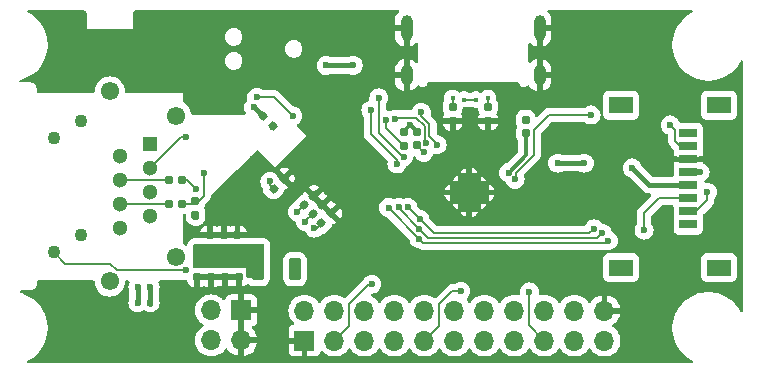
<source format=gbr>
%TF.GenerationSoftware,KiCad,Pcbnew,8.0.2-8.0.2-0~ubuntu22.04.1*%
%TF.CreationDate,2024-07-23T14:23:55-05:00*%
%TF.ProjectId,atslim-328,6174736c-696d-42d3-9332-382e6b696361,rev?*%
%TF.SameCoordinates,Original*%
%TF.FileFunction,Copper,L2,Bot*%
%TF.FilePolarity,Positive*%
%FSLAX46Y46*%
G04 Gerber Fmt 4.6, Leading zero omitted, Abs format (unit mm)*
G04 Created by KiCad (PCBNEW 8.0.2-8.0.2-0~ubuntu22.04.1) date 2024-07-23 14:23:55*
%MOMM*%
%LPD*%
G01*
G04 APERTURE LIST*
G04 Aperture macros list*
%AMRoundRect*
0 Rectangle with rounded corners*
0 $1 Rounding radius*
0 $2 $3 $4 $5 $6 $7 $8 $9 X,Y pos of 4 corners*
0 Add a 4 corners polygon primitive as box body*
4,1,4,$2,$3,$4,$5,$6,$7,$8,$9,$2,$3,0*
0 Add four circle primitives for the rounded corners*
1,1,$1+$1,$2,$3*
1,1,$1+$1,$4,$5*
1,1,$1+$1,$6,$7*
1,1,$1+$1,$8,$9*
0 Add four rect primitives between the rounded corners*
20,1,$1+$1,$2,$3,$4,$5,0*
20,1,$1+$1,$4,$5,$6,$7,0*
20,1,$1+$1,$6,$7,$8,$9,0*
20,1,$1+$1,$8,$9,$2,$3,0*%
%AMRotRect*
0 Rectangle, with rotation*
0 The origin of the aperture is its center*
0 $1 length*
0 $2 width*
0 $3 Rotation angle, in degrees counterclockwise*
0 Add horizontal line*
21,1,$1,$2,0,0,$3*%
G04 Aperture macros list end*
%TA.AperFunction,ComponentPad*%
%ADD10R,1.700000X1.700000*%
%TD*%
%TA.AperFunction,ComponentPad*%
%ADD11O,1.700000X1.700000*%
%TD*%
%TA.AperFunction,ComponentPad*%
%ADD12R,1.300000X1.300000*%
%TD*%
%TA.AperFunction,ComponentPad*%
%ADD13C,1.300000*%
%TD*%
%TA.AperFunction,ComponentPad*%
%ADD14C,1.100000*%
%TD*%
%TA.AperFunction,ComponentPad*%
%ADD15C,1.550000*%
%TD*%
%TA.AperFunction,HeatsinkPad*%
%ADD16C,0.500000*%
%TD*%
%TA.AperFunction,HeatsinkPad*%
%ADD17RotRect,2.500000X2.500000X45.000000*%
%TD*%
%TA.AperFunction,ComponentPad*%
%ADD18O,1.000000X2.200000*%
%TD*%
%TA.AperFunction,ComponentPad*%
%ADD19O,1.000000X1.800000*%
%TD*%
%TA.AperFunction,SMDPad,CuDef*%
%ADD20RoundRect,0.160000X-0.160000X0.197500X-0.160000X-0.197500X0.160000X-0.197500X0.160000X0.197500X0*%
%TD*%
%TA.AperFunction,SMDPad,CuDef*%
%ADD21RoundRect,0.160000X0.160000X-0.197500X0.160000X0.197500X-0.160000X0.197500X-0.160000X-0.197500X0*%
%TD*%
%TA.AperFunction,SMDPad,CuDef*%
%ADD22RoundRect,0.155000X-0.040659X-0.259862X0.259862X0.040659X0.040659X0.259862X-0.259862X-0.040659X0*%
%TD*%
%TA.AperFunction,SMDPad,CuDef*%
%ADD23RoundRect,0.155000X-0.155000X0.212500X-0.155000X-0.212500X0.155000X-0.212500X0.155000X0.212500X0*%
%TD*%
%TA.AperFunction,SMDPad,CuDef*%
%ADD24RoundRect,0.155000X0.155000X-0.212500X0.155000X0.212500X-0.155000X0.212500X-0.155000X-0.212500X0*%
%TD*%
%TA.AperFunction,SMDPad,CuDef*%
%ADD25R,1.500000X0.800000*%
%TD*%
%TA.AperFunction,SMDPad,CuDef*%
%ADD26R,2.000000X1.450000*%
%TD*%
%TA.AperFunction,SMDPad,CuDef*%
%ADD27RoundRect,0.160000X0.026517X0.252791X-0.252791X-0.026517X-0.026517X-0.252791X0.252791X0.026517X0*%
%TD*%
%TA.AperFunction,SMDPad,CuDef*%
%ADD28RoundRect,0.250000X0.275000X0.700000X-0.275000X0.700000X-0.275000X-0.700000X0.275000X-0.700000X0*%
%TD*%
%TA.AperFunction,SMDPad,CuDef*%
%ADD29RoundRect,0.155000X-0.212500X-0.155000X0.212500X-0.155000X0.212500X0.155000X-0.212500X0.155000X0*%
%TD*%
%TA.AperFunction,SMDPad,CuDef*%
%ADD30RoundRect,0.160000X-0.252791X0.026517X0.026517X-0.252791X0.252791X-0.026517X-0.026517X0.252791X0*%
%TD*%
%TA.AperFunction,ViaPad*%
%ADD31C,0.600000*%
%TD*%
%TA.AperFunction,ViaPad*%
%ADD32C,0.400000*%
%TD*%
%TA.AperFunction,Conductor*%
%ADD33C,0.200000*%
%TD*%
%TA.AperFunction,Conductor*%
%ADD34C,0.400000*%
%TD*%
%TA.AperFunction,Conductor*%
%ADD35C,0.300000*%
%TD*%
%TA.AperFunction,Conductor*%
%ADD36C,0.450000*%
%TD*%
G04 APERTURE END LIST*
D10*
%TO.P,J7,1,Pin_1*%
%TO.N,GND*%
X94770000Y-97475000D03*
D11*
%TO.P,J7,2,Pin_2*%
X94770000Y-100015000D03*
%TO.P,J7,3,Pin_3*%
%TO.N,TR0_TAP*%
X92230000Y-97475000D03*
%TO.P,J7,4,Pin_4*%
%TO.N,TR1_TAP*%
X92230000Y-100015000D03*
%TD*%
D12*
%TO.P,J5,1,TD+*%
%TO.N,/ethernet/TX+*%
X87035000Y-83419000D03*
D13*
%TO.P,J5,2,TCT*%
%TO.N,Net-(J5-TCT)*%
X84495000Y-84435000D03*
%TO.P,J5,3,TD-*%
%TO.N,/ethernet/TX-*%
X87035000Y-85451000D03*
%TO.P,J5,4,RD+*%
%TO.N,Net-(J5-RD+)*%
X84495000Y-86467000D03*
%TO.P,J5,5,RCT*%
%TO.N,Net-(J5-RCT)*%
X87035000Y-87483000D03*
%TO.P,J5,6,RD-*%
%TO.N,Net-(J5-RD-)*%
X84495000Y-88499000D03*
%TO.P,J5,7,V+*%
%TO.N,TR0_TAP*%
X87035000Y-89515000D03*
%TO.P,J5,8,V-*%
%TO.N,TR1_TAP*%
X84495000Y-90531000D03*
D14*
%TO.P,J5,9,LED1_VIN*%
%TO.N,+3V3*%
X81195000Y-91115000D03*
%TO.P,J5,10,LED1_DAT*%
%TO.N,Net-(J5-LED1_DAT)*%
X78895000Y-92555000D03*
%TO.P,J5,11,LED2_VIN*%
%TO.N,+3V3*%
X81195000Y-81395000D03*
%TO.P,J5,12,LED2_DAT*%
%TO.N,Net-(J5-LED2_DAT)*%
X78895000Y-82835000D03*
D15*
%TO.P,J5,SH1*%
%TO.N,N/C*%
X89245000Y-80975000D03*
%TO.P,J5,SH2*%
X89245000Y-92975000D03*
%TO.P,J5,SH3*%
X83645000Y-95020000D03*
%TO.P,J5,SH4*%
X83645000Y-78930000D03*
%TD*%
D16*
%TO.P,U1,33,GND*%
%TO.N,GND*%
X112670901Y-87490000D03*
X113378008Y-88197107D03*
X114085115Y-88904214D03*
X113378008Y-86782893D03*
X114085115Y-87490000D03*
D17*
X114085115Y-87490000D03*
D16*
X114792222Y-88197107D03*
X114085115Y-86075786D03*
X114792222Y-86782893D03*
X115499329Y-87490000D03*
%TD*%
D10*
%TO.P,J6,1,Pin_1*%
%TO.N,GND*%
X100125000Y-100025000D03*
D11*
%TO.P,J6,2,Pin_2*%
%TO.N,+3V3*%
X100125000Y-97485000D03*
%TO.P,J6,3,Pin_3*%
%TO.N,/Serial_TX*%
X102665000Y-100025000D03*
%TO.P,J6,4,Pin_4*%
%TO.N,/AN7*%
X102665000Y-97485000D03*
%TO.P,J6,5,Pin_5*%
%TO.N,/Serial_RX*%
X105205000Y-100025000D03*
%TO.P,J6,6,Pin_6*%
%TO.N,/DIGC2{slash}SDA*%
X105205000Y-97485000D03*
%TO.P,J6,7,Pin_7*%
%TO.N,/DIGD1*%
X107745000Y-100025000D03*
%TO.P,J6,8,Pin_8*%
%TO.N,/DIGC3{slash}SCL*%
X107745000Y-97485000D03*
%TO.P,J6,9,Pin_9*%
%TO.N,/DIGD2*%
X110285000Y-100025000D03*
%TO.P,J6,10,Pin_10*%
%TO.N,/DIGD0*%
X110285000Y-97485000D03*
%TO.P,J6,11,Pin_11*%
%TO.N,/DIGD4*%
X112825000Y-100025000D03*
%TO.P,J6,12,Pin_12*%
%TO.N,/DIGD3*%
X112825000Y-97485000D03*
%TO.P,J6,13,Pin_13*%
%TO.N,/DIGD6*%
X115365000Y-100025000D03*
%TO.P,J6,14,Pin_14*%
%TO.N,/DIGD5*%
X115365000Y-97485000D03*
%TO.P,J6,15,Pin_15*%
%TO.N,/DIGF1*%
X117905000Y-100025000D03*
%TO.P,J6,16,Pin_16*%
%TO.N,/DIGF0*%
X117905000Y-97485000D03*
%TO.P,J6,17,Pin_17*%
%TO.N,/DIGF2*%
X120445000Y-100025000D03*
%TO.P,J6,18,Pin_18*%
%TO.N,/DIGF3*%
X120445000Y-97485000D03*
%TO.P,J6,19,Pin_19*%
%TO.N,/DIGF4*%
X122985000Y-100025000D03*
%TO.P,J6,20,Pin_20*%
%TO.N,/DIGF5*%
X122985000Y-97485000D03*
%TO.P,J6,21,Pin_21*%
%TO.N,+5V*%
X125525000Y-100025000D03*
%TO.P,J6,22,Pin_22*%
%TO.N,GND*%
X125525000Y-97485000D03*
%TD*%
D18*
%TO.P,J4,SH1,SHELL_GND*%
%TO.N,GND*%
X120030000Y-73565000D03*
D19*
%TO.P,J4,SH2,SHELL_GND__1*%
X108790000Y-77565000D03*
%TO.P,J4,SH3,SHELL_GND__2*%
X120030000Y-77565000D03*
D18*
%TO.P,J4,SH4,SHELL_GND__3*%
X108790000Y-73565000D03*
%TD*%
D20*
%TO.P,R15,1*%
%TO.N,/ethernet/RX-*%
X90895000Y-88187500D03*
%TO.P,R15,2*%
%TO.N,Net-(J5-RCT)*%
X90895000Y-89382500D03*
%TD*%
D21*
%TO.P,R2,1*%
%TO.N,RESET*%
X108525000Y-83552500D03*
%TO.P,R2,2*%
%TO.N,+5V*%
X108525000Y-82357500D03*
%TD*%
D22*
%TO.P,C8,1*%
%TO.N,Net-(U3-1V2O)*%
X100813717Y-89336283D03*
%TO.P,C8,2*%
%TO.N,GND*%
X101616283Y-88533717D03*
%TD*%
D23*
%TO.P,C2,1*%
%TO.N,+5V*%
X109610000Y-82367500D03*
%TO.P,C2,2*%
%TO.N,Net-(U1-VDD)*%
X109610000Y-83502500D03*
%TD*%
D24*
%TO.P,C15,1*%
%TO.N,AVDD*%
X92120000Y-92247500D03*
%TO.P,C15,2*%
%TO.N,GND*%
X92120000Y-91112500D03*
%TD*%
D23*
%TO.P,C18,1*%
%TO.N,AVDD*%
X94575000Y-93495000D03*
%TO.P,C18,2*%
%TO.N,GND*%
X94575000Y-94630000D03*
%TD*%
D21*
%TO.P,R7,1*%
%TO.N,GND*%
X112665000Y-81427500D03*
%TO.P,R7,2*%
%TO.N,Net-(J4-CC2)*%
X112665000Y-80232500D03*
%TD*%
D22*
%TO.P,C9,1*%
%TO.N,Net-(U3-TOCAP)*%
X100082434Y-88587566D03*
%TO.P,C9,2*%
%TO.N,GND*%
X100885000Y-87785000D03*
%TD*%
D25*
%TO.P,J3,1,DAT2*%
%TO.N,unconnected-(J3-DAT2-Pad1)*%
X132625000Y-90170000D03*
%TO.P,J3,2,DAT3/CD*%
%TO.N,CS_LLS*%
X132625000Y-89070000D03*
%TO.P,J3,3,CMD*%
%TO.N,DI_LLS*%
X132625000Y-87970000D03*
%TO.P,J3,4,VDD*%
%TO.N,+3V3*%
X132625000Y-86870000D03*
%TO.P,J3,5,CLK*%
%TO.N,SCK_LLS*%
X132625000Y-85770000D03*
%TO.P,J3,6,VSS*%
%TO.N,GND*%
X132625000Y-84670000D03*
%TO.P,J3,7,DAT0*%
%TO.N,DO_LLS*%
X132625000Y-83570000D03*
%TO.P,J3,8,DAT1*%
%TO.N,unconnected-(J3-DAT1-Pad8)*%
X132625000Y-82470000D03*
D26*
%TO.P,J3,9,DET*%
%TO.N,unconnected-(J3-DET-Pad9)_1*%
X126925000Y-93845000D03*
%TO.N,unconnected-(J3-DET-Pad9)*%
X135225000Y-93845000D03*
%TO.N,unconnected-(J3-DET-Pad9)_2*%
X126925000Y-80095000D03*
%TO.N,unconnected-(J3-DET-Pad9)_0*%
X135225000Y-80095000D03*
%TD*%
D27*
%TO.P,R13,1*%
%TO.N,GND*%
X102391213Y-89263787D03*
%TO.P,R13,2*%
%TO.N,Net-(R13-Pad2)*%
X101546221Y-90108779D03*
%TD*%
D21*
%TO.P,R8,1*%
%TO.N,GND*%
X115665000Y-81422500D03*
%TO.P,R8,2*%
%TO.N,Net-(J4-CC1)*%
X115665000Y-80227500D03*
%TD*%
D24*
%TO.P,C14,1*%
%TO.N,AVDD*%
X93290000Y-92247500D03*
%TO.P,C14,2*%
%TO.N,GND*%
X93290000Y-91112500D03*
%TD*%
D28*
%TO.P,FB1,1*%
%TO.N,+3V3*%
X99335000Y-93995000D03*
%TO.P,FB1,2*%
%TO.N,AVDD*%
X96185000Y-93995000D03*
%TD*%
D23*
%TO.P,C19,1*%
%TO.N,AVDD*%
X91005000Y-93505000D03*
%TO.P,C19,2*%
%TO.N,GND*%
X91005000Y-94640000D03*
%TD*%
D29*
%TO.P,C11,1*%
%TO.N,Net-(J5-RD-)*%
X88652500Y-88440000D03*
%TO.P,C11,2*%
%TO.N,/ethernet/RX-*%
X89787500Y-88440000D03*
%TD*%
D27*
%TO.P,R17,1*%
%TO.N,GND*%
X98367496Y-86307504D03*
%TO.P,R17,2*%
%TO.N,Net-(U3-EXRES1)*%
X97522504Y-87152496D03*
%TD*%
D23*
%TO.P,C17,1*%
%TO.N,AVDD*%
X93375000Y-93485000D03*
%TO.P,C17,2*%
%TO.N,GND*%
X93375000Y-94620000D03*
%TD*%
%TO.P,C3,1*%
%TO.N,+5V*%
X118860000Y-81342500D03*
%TO.P,C3,2*%
%TO.N,Net-(U1-AVDD)*%
X118860000Y-82477500D03*
%TD*%
%TO.P,C16,1*%
%TO.N,AVDD*%
X92175000Y-93505000D03*
%TO.P,C16,2*%
%TO.N,GND*%
X92175000Y-94640000D03*
%TD*%
D24*
%TO.P,C13,1*%
%TO.N,AVDD*%
X94450000Y-92247500D03*
%TO.P,C13,2*%
%TO.N,GND*%
X94450000Y-91112500D03*
%TD*%
D30*
%TO.P,R18,1*%
%TO.N,+3V3*%
X96592504Y-81052504D03*
%TO.P,R18,2*%
%TO.N,/ethernet/TX+*%
X97437496Y-81897496D03*
%TD*%
D29*
%TO.P,C12,1*%
%TO.N,Net-(J5-RD+)*%
X88647500Y-86425000D03*
%TO.P,C12,2*%
%TO.N,/ethernet/RX+*%
X89782500Y-86425000D03*
%TD*%
D31*
%TO.N,+3V3*%
X123810000Y-85005000D03*
X121570000Y-85010000D03*
%TO.N,+5V*%
X118870000Y-81350000D03*
%TO.N,SPI_MOSI*%
X109812427Y-91409134D03*
%TO.N,SPI_SCK*%
X109900463Y-89765463D03*
%TO.N,SPI_MISO*%
X109812428Y-90560605D03*
%TO.N,SPI_SCK*%
X108895003Y-88760000D03*
%TO.N,SPI_MISO*%
X108095000Y-88760000D03*
%TO.N,SPI_MOSI*%
X107240000Y-88765000D03*
%TO.N,TR1_TAP*%
X86020000Y-96820000D03*
%TO.N,TR0_TAP*%
X87060000Y-96805000D03*
%TO.N,TR1_TAP*%
X86020000Y-95480000D03*
%TO.N,TR0_TAP*%
X87060000Y-95480000D03*
%TO.N,SPI_SCK*%
X124635419Y-90566409D03*
%TO.N,SPI_MOSI*%
X125853433Y-91562223D03*
%TO.N,SPI_MISO*%
X125336594Y-90951582D03*
%TO.N,GND*%
X91030000Y-80305000D03*
%TO.N,Net-(J5-LED1_DAT)*%
X90115000Y-94065000D03*
%TO.N,Net-(J5-RCT)*%
X90920000Y-89530000D03*
%TO.N,GND*%
X118705000Y-79370000D03*
X125105000Y-76300000D03*
X130125000Y-82575000D03*
X130150000Y-90715000D03*
X131425000Y-77315000D03*
X88660000Y-73405000D03*
X93445000Y-75335000D03*
X94185000Y-89540000D03*
X134610000Y-90605000D03*
X110290000Y-79090000D03*
X101825000Y-73110000D03*
X127585000Y-82475000D03*
X95785000Y-84645000D03*
X108782580Y-93082691D03*
X83620000Y-75635000D03*
X127274500Y-87985000D03*
X102230000Y-81520000D03*
X104020000Y-92365000D03*
X113810000Y-80465000D03*
X99567703Y-84203093D03*
X97985000Y-89060000D03*
%TO.N,+5V*%
X109075000Y-81745000D03*
X104250000Y-76715000D03*
X101973235Y-76736765D03*
%TO.N,+3V3*%
X99335000Y-94105000D03*
X127880735Y-85415735D03*
X95830000Y-80290000D03*
%TO.N,CS_LLS*%
X134235000Y-87470000D03*
%TO.N,SCK_LLS*%
X133615000Y-85770000D03*
%TO.N,DI_LLS*%
X128875000Y-90670000D03*
%TO.N,DO_LLS*%
X131080000Y-81775000D03*
%TO.N,RESET*%
X107029265Y-81360000D03*
X108525000Y-83552500D03*
%TO.N,/Serial_TX*%
X105834265Y-95250000D03*
%TO.N,Net-(J2-COM_2)*%
X110011765Y-80695000D03*
X111359265Y-83450735D03*
%TO.N,Net-(U3-1V2O)*%
X100210000Y-89960000D03*
%TO.N,Net-(U3-TOCAP)*%
X99532500Y-89137500D03*
%TO.N,/ethernet/RX-*%
X91575735Y-85880735D03*
%TO.N,/ethernet/RX+*%
X90930000Y-87157500D03*
%TO.N,AVDD*%
X96285000Y-92320000D03*
X95455000Y-92320000D03*
%TO.N,/ethernet/LINK_LED*%
X96075000Y-79445000D03*
X99125000Y-81000000D03*
%TO.N,Net-(U3-EXRES1)*%
X97190406Y-86558147D03*
%TO.N,/ethernet/TX+*%
X97435000Y-81925000D03*
%TO.N,/ethernet/TX-*%
X90100000Y-82815000D03*
D32*
%TO.N,Net-(J4-DP1)*%
X113660000Y-79625000D03*
X114660000Y-79630000D03*
%TO.N,Net-(J4-CC2)*%
X112660000Y-79480000D03*
D31*
%TO.N,SPI_CS*%
X124385000Y-80925000D03*
X117952872Y-86384761D03*
D32*
%TO.N,Net-(J4-CC1)*%
X115660000Y-79495000D03*
D31*
%TO.N,Net-(R13-Pad2)*%
X100940443Y-90505443D03*
%TO.N,/DIGF2*%
X119170000Y-95915000D03*
%TO.N,/DIGD2*%
X113355000Y-95850000D03*
%TO.N,Net-(U1-VDD)*%
X110235000Y-84090000D03*
%TO.N,Net-(U1-AVDD)*%
X117398235Y-85808235D03*
%TO.N,Prog_RX*%
X105745001Y-80530785D03*
X107940000Y-85075000D03*
%TO.N,/UPDI*%
X107826218Y-81290253D03*
X110442176Y-83317289D03*
%TO.N,Prog_TX*%
X106416765Y-79483235D03*
X108510000Y-84475000D03*
%TD*%
D33*
%TO.N,SPI_CS*%
X119530000Y-82215000D02*
X119530000Y-84312866D01*
X124581372Y-80925000D02*
X124385000Y-80925000D01*
X124385000Y-80925000D02*
X120820000Y-80925000D01*
X120820000Y-80925000D02*
X119530000Y-82215000D01*
X119530000Y-84312866D02*
X117998235Y-85844631D01*
X117998235Y-85844631D02*
X117998235Y-86339398D01*
X117998235Y-86339398D02*
X117952872Y-86384761D01*
%TO.N,SPI_MOSI*%
X125853433Y-91562223D02*
X125660656Y-91755000D01*
X125660656Y-91755000D02*
X110158293Y-91755000D01*
X110158293Y-91755000D02*
X109812427Y-91409134D01*
%TO.N,SPI_MISO*%
X125336594Y-90951582D02*
X124933176Y-91355000D01*
X110606823Y-91355000D02*
X109812428Y-90560605D01*
X124933176Y-91355000D02*
X110606823Y-91355000D01*
D34*
%TO.N,+3V3*%
X121570000Y-85010000D02*
X123730000Y-85010000D01*
D35*
%TO.N,Net-(U1-AVDD)*%
X118860000Y-84346470D02*
X118860000Y-82477500D01*
X117398235Y-85808235D02*
X118860000Y-84346470D01*
D33*
%TO.N,/UPDI*%
X107826218Y-81290253D02*
X107971471Y-81145000D01*
X107971471Y-81145000D02*
X109560000Y-81145000D01*
X109560000Y-81145000D02*
X110305000Y-81890000D01*
X110305000Y-83180113D02*
X110442176Y-83317289D01*
X110305000Y-81890000D02*
X110305000Y-83180113D01*
D34*
%TO.N,+5V*%
X101995000Y-76715000D02*
X104250000Y-76715000D01*
X101973235Y-76736765D02*
X101995000Y-76715000D01*
D33*
%TO.N,Prog_TX*%
X106416765Y-79483235D02*
X106429265Y-79495735D01*
X106429265Y-79495735D02*
X106429265Y-82469237D01*
X106429265Y-82469237D02*
X108435028Y-84475000D01*
X108435028Y-84475000D02*
X108510000Y-84475000D01*
%TO.N,Prog_RX*%
X105745001Y-80530785D02*
X105745001Y-82550001D01*
X105745001Y-82550001D02*
X107940000Y-84745000D01*
X107940000Y-84745000D02*
X107940000Y-85075000D01*
%TO.N,CS_LLS*%
X134235000Y-87470000D02*
X134235000Y-88110000D01*
X134235000Y-88110000D02*
X133275000Y-89070000D01*
X133275000Y-89070000D02*
X132625000Y-89070000D01*
%TO.N,Net-(J5-LED1_DAT)*%
X78895000Y-92555000D02*
X79860000Y-93520000D01*
X79860000Y-93520000D02*
X83665280Y-93520000D01*
X83665280Y-93520000D02*
X84210280Y-94065000D01*
X84210280Y-94065000D02*
X90115000Y-94065000D01*
D34*
%TO.N,+3V3*%
X129335000Y-86870000D02*
X132625000Y-86870000D01*
X127880735Y-85415735D02*
X129335000Y-86870000D01*
D33*
%TO.N,SPI_SCK*%
X111090000Y-90955000D02*
X109900463Y-89765463D01*
X124635419Y-90566409D02*
X124246828Y-90955000D01*
X124246828Y-90955000D02*
X111090000Y-90955000D01*
X124635419Y-90566409D02*
X124640000Y-90561828D01*
%TO.N,SPI_MOSI*%
X107240000Y-88836707D02*
X107240000Y-88765000D01*
X109812427Y-91409134D02*
X107240000Y-88836707D01*
%TO.N,SPI_MISO*%
X109812428Y-90560605D02*
X108095000Y-88843177D01*
X108095000Y-88843177D02*
X108095000Y-88760000D01*
%TO.N,SPI_SCK*%
X109900463Y-89765463D02*
X108895003Y-88760003D01*
X108895003Y-88760003D02*
X108895003Y-88760000D01*
D36*
%TO.N,TR0_TAP*%
X87060000Y-96805000D02*
X87060000Y-95480000D01*
X87060000Y-96805000D02*
X87060000Y-96895000D01*
%TO.N,TR1_TAP*%
X86020000Y-96820000D02*
X86020000Y-95480000D01*
X86020000Y-96820000D02*
X86020000Y-96865000D01*
X86020000Y-96865000D02*
X86025000Y-96870000D01*
D33*
%TO.N,/ethernet/LINK_LED*%
X97570000Y-79445000D02*
X99125000Y-81000000D01*
X96075000Y-79445000D02*
X97570000Y-79445000D01*
%TO.N,Net-(U3-1V2O)*%
X100210000Y-89960000D02*
X100210000Y-89940000D01*
X100210000Y-89940000D02*
X100813717Y-89336283D01*
%TO.N,Net-(R13-Pad2)*%
X100940443Y-90505443D02*
X101149557Y-90505443D01*
X101149557Y-90505443D02*
X101546221Y-90108779D01*
%TO.N,Net-(U3-TOCAP)*%
X99532500Y-89137500D02*
X100082434Y-88587566D01*
%TO.N,DO_LLS*%
X132625000Y-83570000D02*
X131960000Y-83570000D01*
X131515000Y-83125000D02*
X131515000Y-82210000D01*
X131515000Y-82210000D02*
X131080000Y-81775000D01*
X131960000Y-83570000D02*
X131515000Y-83125000D01*
%TO.N,/ethernet/RX-*%
X90930000Y-88440000D02*
X89787500Y-88440000D01*
X91575735Y-87794265D02*
X90930000Y-88440000D01*
X91575735Y-85880735D02*
X91575735Y-87794265D01*
%TO.N,/ethernet/RX+*%
X90930000Y-87157500D02*
X90197500Y-86425000D01*
X90197500Y-86425000D02*
X89782500Y-86425000D01*
%TO.N,Net-(J5-RD-)*%
X84495000Y-88499000D02*
X88593500Y-88499000D01*
X88593500Y-88499000D02*
X88652500Y-88440000D01*
%TO.N,Net-(J5-RD+)*%
X84495000Y-86467000D02*
X88605500Y-86467000D01*
X88605500Y-86467000D02*
X88647500Y-86425000D01*
D35*
%TO.N,+5V*%
X109075000Y-81745000D02*
X109610000Y-82280000D01*
X109075000Y-81745000D02*
X108525000Y-82295000D01*
D34*
%TO.N,+3V3*%
X95830000Y-80290000D02*
X96592504Y-81052504D01*
D33*
%TO.N,SCK_LLS*%
X133615000Y-85770000D02*
X132625000Y-85770000D01*
%TO.N,/Serial_TX*%
X103930000Y-98760000D02*
X102665000Y-100025000D01*
X103930000Y-96890000D02*
X103930000Y-98760000D01*
X105834265Y-95250000D02*
X105570000Y-95250000D01*
X105570000Y-95250000D02*
X103930000Y-96890000D01*
%TO.N,Net-(U3-EXRES1)*%
X97190406Y-86558147D02*
X97190406Y-86820398D01*
X97190406Y-86820398D02*
X97522504Y-87152496D01*
%TO.N,/ethernet/TX-*%
X89685000Y-82815000D02*
X87049000Y-85451000D01*
X90100000Y-82815000D02*
X89685000Y-82815000D01*
%TO.N,Net-(J4-DP1)*%
X113660000Y-79625000D02*
X114655000Y-79625000D01*
X114655000Y-79625000D02*
X114660000Y-79630000D01*
%TO.N,Net-(J4-CC2)*%
X112660000Y-79480000D02*
X112660000Y-80227500D01*
%TO.N,Net-(J4-CC1)*%
X115660000Y-79495000D02*
X115660000Y-80222500D01*
%TO.N,/DIGF2*%
X119170000Y-98750000D02*
X120445000Y-100025000D01*
X119170000Y-95915000D02*
X119170000Y-98750000D01*
%TO.N,/DIGD2*%
X111555000Y-96935000D02*
X112640000Y-95850000D01*
X110285000Y-100025000D02*
X111555000Y-98755000D01*
X111555000Y-98755000D02*
X111555000Y-96935000D01*
X112640000Y-95850000D02*
X113355000Y-95850000D01*
%TO.N,Net-(U1-VDD)*%
X110197500Y-84090000D02*
X109610000Y-83502500D01*
X110235000Y-84090000D02*
X110197500Y-84090000D01*
%TO.N,DI_LLS*%
X128875000Y-90670000D02*
X128875000Y-89220000D01*
X128875000Y-89220000D02*
X130125000Y-87970000D01*
X130125000Y-87970000D02*
X132625000Y-87970000D01*
%TO.N,RESET*%
X107029265Y-82056765D02*
X108525000Y-83552500D01*
X107029265Y-81360000D02*
X107029265Y-82056765D01*
%TO.N,Net-(J2-COM_2)*%
X110011765Y-80695000D02*
X110011765Y-81031079D01*
X110011765Y-81031079D02*
X110705000Y-81724314D01*
X110705000Y-81724314D02*
X110705000Y-82731584D01*
X110705000Y-82731584D02*
X111359265Y-83385849D01*
X111359265Y-83385849D02*
X111359265Y-83450735D01*
%TD*%
%TA.AperFunction,Conductor*%
%TO.N,GND*%
G36*
X95020000Y-99581988D02*
G01*
X94962993Y-99549075D01*
X94835826Y-99515000D01*
X94704174Y-99515000D01*
X94577007Y-99549075D01*
X94520000Y-99581988D01*
X94520000Y-97908012D01*
X94577007Y-97940925D01*
X94704174Y-97975000D01*
X94835826Y-97975000D01*
X94962993Y-97940925D01*
X95020000Y-97908012D01*
X95020000Y-99581988D01*
G37*
%TD.AperFunction*%
%TA.AperFunction,Conductor*%
G36*
X132947772Y-72040185D02*
G01*
X132993527Y-72092989D01*
X133003471Y-72162147D01*
X132974446Y-72225703D01*
X132934535Y-72256220D01*
X132852092Y-72295922D01*
X132561983Y-72478210D01*
X132294107Y-72691833D01*
X132051833Y-72934107D01*
X131838210Y-73201983D01*
X131655922Y-73492092D01*
X131507264Y-73800783D01*
X131394103Y-74124181D01*
X131394102Y-74124183D01*
X131317861Y-74458217D01*
X131317858Y-74458231D01*
X131279500Y-74798681D01*
X131279500Y-75141318D01*
X131317858Y-75481768D01*
X131317861Y-75481782D01*
X131394102Y-75815816D01*
X131394103Y-75815818D01*
X131507264Y-76139216D01*
X131655922Y-76447907D01*
X131673092Y-76475233D01*
X131838211Y-76738018D01*
X131946109Y-76873318D01*
X132049681Y-77003194D01*
X132051834Y-77005893D01*
X132294107Y-77248166D01*
X132561982Y-77461789D01*
X132852090Y-77644076D01*
X133160785Y-77792736D01*
X133484183Y-77905897D01*
X133818217Y-77982139D01*
X133818226Y-77982140D01*
X133818231Y-77982141D01*
X134016645Y-78004496D01*
X134158682Y-78020499D01*
X134158685Y-78020500D01*
X134158688Y-78020500D01*
X134501315Y-78020500D01*
X134501316Y-78020499D01*
X134675311Y-78000895D01*
X134841768Y-77982141D01*
X134841771Y-77982140D01*
X134841783Y-77982139D01*
X135175817Y-77905897D01*
X135499215Y-77792736D01*
X135807910Y-77644076D01*
X136098018Y-77461789D01*
X136365893Y-77248166D01*
X136608166Y-77005893D01*
X136821789Y-76738018D01*
X137004076Y-76447910D01*
X137004079Y-76447904D01*
X137043780Y-76365465D01*
X137090602Y-76313605D01*
X137158029Y-76295292D01*
X137224653Y-76316340D01*
X137269322Y-76370066D01*
X137279500Y-76419266D01*
X137279500Y-97520733D01*
X137259815Y-97587772D01*
X137207011Y-97633527D01*
X137137853Y-97643471D01*
X137074297Y-97614446D01*
X137043780Y-97574535D01*
X137004077Y-97492092D01*
X136997104Y-97480994D01*
X136821789Y-97201982D01*
X136608166Y-96934107D01*
X136365893Y-96691834D01*
X136098018Y-96478211D01*
X135807910Y-96295924D01*
X135807907Y-96295922D01*
X135499216Y-96147264D01*
X135175818Y-96034103D01*
X135175816Y-96034102D01*
X134875264Y-95965503D01*
X134841783Y-95957861D01*
X134841780Y-95957860D01*
X134841768Y-95957858D01*
X134501318Y-95919500D01*
X134501312Y-95919500D01*
X134158688Y-95919500D01*
X134158681Y-95919500D01*
X133818231Y-95957858D01*
X133818217Y-95957861D01*
X133484183Y-96034102D01*
X133484181Y-96034103D01*
X133160783Y-96147264D01*
X132852092Y-96295922D01*
X132561983Y-96478210D01*
X132294107Y-96691833D01*
X132051833Y-96934107D01*
X131838210Y-97201983D01*
X131655922Y-97492092D01*
X131507264Y-97800783D01*
X131394103Y-98124181D01*
X131394102Y-98124183D01*
X131317861Y-98458217D01*
X131317858Y-98458231D01*
X131279500Y-98798681D01*
X131279500Y-99141318D01*
X131317858Y-99481768D01*
X131317861Y-99481782D01*
X131394102Y-99815816D01*
X131394103Y-99815818D01*
X131507264Y-100139216D01*
X131655922Y-100447907D01*
X131655924Y-100447910D01*
X131838211Y-100738018D01*
X132051834Y-101005893D01*
X132294107Y-101248166D01*
X132561982Y-101461789D01*
X132755318Y-101583270D01*
X132852092Y-101644077D01*
X132934535Y-101683780D01*
X132986394Y-101730603D01*
X133004707Y-101798030D01*
X132983659Y-101864654D01*
X132929933Y-101909322D01*
X132880733Y-101919500D01*
X76779267Y-101919500D01*
X76712228Y-101899815D01*
X76666473Y-101847011D01*
X76656529Y-101777853D01*
X76685554Y-101714297D01*
X76725465Y-101683780D01*
X76768861Y-101662881D01*
X76807910Y-101644076D01*
X77098018Y-101461789D01*
X77365893Y-101248166D01*
X77608166Y-101005893D01*
X77821789Y-100738018D01*
X78004076Y-100447910D01*
X78152736Y-100139215D01*
X78265897Y-99815817D01*
X78342139Y-99481783D01*
X78345962Y-99447858D01*
X78362591Y-99300265D01*
X78380500Y-99141312D01*
X78380500Y-98798688D01*
X78365512Y-98665662D01*
X78342141Y-98458231D01*
X78342140Y-98458226D01*
X78342139Y-98458217D01*
X78265897Y-98124183D01*
X78152736Y-97800785D01*
X78004076Y-97492090D01*
X77821789Y-97201982D01*
X77608166Y-96934107D01*
X77365893Y-96691834D01*
X77098018Y-96478211D01*
X76807910Y-96295924D01*
X76807907Y-96295922D01*
X76499216Y-96147264D01*
X76175818Y-96034103D01*
X76175819Y-96034103D01*
X76093851Y-96015394D01*
X76032873Y-95981285D01*
X76000016Y-95919623D01*
X76005712Y-95849986D01*
X76048152Y-95794482D01*
X76113862Y-95770735D01*
X76121415Y-95770503D01*
X76843563Y-95770500D01*
X76875132Y-95775500D01*
X76878592Y-95775500D01*
X76957026Y-95775500D01*
X77077969Y-95747895D01*
X77189737Y-95694071D01*
X77286725Y-95616725D01*
X77364071Y-95519737D01*
X77417895Y-95407969D01*
X77445500Y-95287026D01*
X77445500Y-95225000D01*
X77445500Y-95208592D01*
X77445500Y-95063314D01*
X77465185Y-94996275D01*
X77517989Y-94950520D01*
X77569403Y-94939314D01*
X82243540Y-94935754D01*
X82310592Y-94955388D01*
X82356387Y-95008157D01*
X82367160Y-95048946D01*
X82384079Y-95242329D01*
X82384081Y-95242339D01*
X82441841Y-95457905D01*
X82441843Y-95457909D01*
X82441844Y-95457913D01*
X82536165Y-95660186D01*
X82664178Y-95843007D01*
X82821993Y-96000822D01*
X83004814Y-96128835D01*
X83207087Y-96223156D01*
X83422666Y-96280920D01*
X83594137Y-96295922D01*
X83644999Y-96300372D01*
X83645000Y-96300372D01*
X83645001Y-96300372D01*
X83695863Y-96295922D01*
X83867334Y-96280920D01*
X84082913Y-96223156D01*
X84285186Y-96128835D01*
X84468007Y-96000822D01*
X84625822Y-95843007D01*
X84753835Y-95660186D01*
X84848156Y-95457913D01*
X84905920Y-95242334D01*
X84923026Y-95046811D01*
X84948478Y-94981743D01*
X85005069Y-94940764D01*
X85046454Y-94933619D01*
X85193522Y-94933507D01*
X85260574Y-94953141D01*
X85306369Y-95005910D01*
X85316365Y-95075061D01*
X85298610Y-95123476D01*
X85294211Y-95130476D01*
X85234631Y-95300745D01*
X85234630Y-95300750D01*
X85214435Y-95479996D01*
X85214435Y-95480003D01*
X85234630Y-95659249D01*
X85234633Y-95659262D01*
X85287541Y-95810461D01*
X85294500Y-95851416D01*
X85294500Y-96448583D01*
X85287541Y-96489538D01*
X85234633Y-96640737D01*
X85234630Y-96640750D01*
X85214435Y-96819996D01*
X85214435Y-96820003D01*
X85234630Y-96999249D01*
X85234631Y-96999254D01*
X85294211Y-97169523D01*
X85380759Y-97307262D01*
X85390184Y-97322262D01*
X85517738Y-97449816D01*
X85573733Y-97485000D01*
X85657962Y-97537925D01*
X85670478Y-97545789D01*
X85804313Y-97592620D01*
X85840745Y-97605368D01*
X85840750Y-97605369D01*
X86019996Y-97625565D01*
X86020000Y-97625565D01*
X86020004Y-97625565D01*
X86199249Y-97605369D01*
X86199252Y-97605368D01*
X86199255Y-97605368D01*
X86369522Y-97545789D01*
X86382038Y-97537925D01*
X86466267Y-97485000D01*
X86485963Y-97472623D01*
X86553200Y-97453623D01*
X86617909Y-97472624D01*
X86628220Y-97479103D01*
X86631138Y-97480994D01*
X86716341Y-97537925D01*
X86716349Y-97537930D01*
X86723341Y-97540826D01*
X86848380Y-97592619D01*
X86848384Y-97592619D01*
X86848385Y-97592620D01*
X86988542Y-97620500D01*
X86988545Y-97620500D01*
X87131457Y-97620500D01*
X87225751Y-97601742D01*
X87271620Y-97592619D01*
X87403653Y-97537929D01*
X87488948Y-97480935D01*
X87491735Y-97479130D01*
X87498310Y-97474999D01*
X90874341Y-97474999D01*
X90874341Y-97475000D01*
X90894936Y-97710403D01*
X90894938Y-97710413D01*
X90956094Y-97938655D01*
X90956096Y-97938659D01*
X90956097Y-97938663D01*
X91040667Y-98120023D01*
X91055965Y-98152830D01*
X91055967Y-98152834D01*
X91191501Y-98346395D01*
X91191506Y-98346402D01*
X91358597Y-98513493D01*
X91358603Y-98513498D01*
X91544158Y-98643425D01*
X91587783Y-98698002D01*
X91594977Y-98767500D01*
X91563454Y-98829855D01*
X91544158Y-98846575D01*
X91358597Y-98976505D01*
X91191505Y-99143597D01*
X91055965Y-99337169D01*
X91055964Y-99337171D01*
X90956098Y-99551335D01*
X90956094Y-99551344D01*
X90894938Y-99779586D01*
X90894936Y-99779596D01*
X90874341Y-100014999D01*
X90874341Y-100015000D01*
X90894936Y-100250403D01*
X90894938Y-100250413D01*
X90956094Y-100478655D01*
X90956096Y-100478659D01*
X90956097Y-100478663D01*
X91039155Y-100656781D01*
X91055965Y-100692830D01*
X91055967Y-100692834D01*
X91143919Y-100818441D01*
X91191505Y-100886401D01*
X91358599Y-101053495D01*
X91449416Y-101117086D01*
X91552165Y-101189032D01*
X91552167Y-101189033D01*
X91552170Y-101189035D01*
X91766337Y-101288903D01*
X91994592Y-101350063D01*
X92182918Y-101366539D01*
X92229999Y-101370659D01*
X92230000Y-101370659D01*
X92230001Y-101370659D01*
X92269234Y-101367226D01*
X92465408Y-101350063D01*
X92693663Y-101288903D01*
X92907830Y-101189035D01*
X93101401Y-101053495D01*
X93268495Y-100886401D01*
X93398730Y-100700405D01*
X93453307Y-100656781D01*
X93522805Y-100649587D01*
X93585160Y-100681110D01*
X93601879Y-100700405D01*
X93731890Y-100886078D01*
X93898917Y-101053105D01*
X94092421Y-101188600D01*
X94306507Y-101288429D01*
X94306516Y-101288433D01*
X94520000Y-101345634D01*
X94520000Y-100448012D01*
X94577007Y-100480925D01*
X94704174Y-100515000D01*
X94835826Y-100515000D01*
X94962993Y-100480925D01*
X95020000Y-100448012D01*
X95020000Y-101345633D01*
X95233483Y-101288433D01*
X95233492Y-101288429D01*
X95447578Y-101188600D01*
X95641082Y-101053105D01*
X95808105Y-100886082D01*
X95943600Y-100692578D01*
X96043429Y-100478492D01*
X96043432Y-100478486D01*
X96100636Y-100265000D01*
X95203012Y-100265000D01*
X95235925Y-100207993D01*
X95270000Y-100080826D01*
X95270000Y-99949174D01*
X95235925Y-99822007D01*
X95203012Y-99765000D01*
X96100636Y-99765000D01*
X96100635Y-99764999D01*
X96043432Y-99551513D01*
X96043429Y-99551507D01*
X95943600Y-99337422D01*
X95943599Y-99337420D01*
X95808113Y-99143926D01*
X95808108Y-99143920D01*
X95685665Y-99021477D01*
X95652180Y-98960154D01*
X95657164Y-98890462D01*
X95699036Y-98834529D01*
X95730013Y-98817614D01*
X95862086Y-98768354D01*
X95862093Y-98768350D01*
X95977187Y-98682190D01*
X95977190Y-98682187D01*
X96063350Y-98567093D01*
X96063354Y-98567086D01*
X96113596Y-98432379D01*
X96113598Y-98432372D01*
X96119999Y-98372844D01*
X96120000Y-98372827D01*
X96120000Y-97725000D01*
X95203012Y-97725000D01*
X95235925Y-97667993D01*
X95270000Y-97540826D01*
X95270000Y-97484999D01*
X98769341Y-97484999D01*
X98769341Y-97485000D01*
X98789936Y-97720403D01*
X98789938Y-97720413D01*
X98851094Y-97948655D01*
X98851096Y-97948659D01*
X98851097Y-97948663D01*
X98931004Y-98120023D01*
X98950965Y-98162830D01*
X98950967Y-98162834D01*
X98965634Y-98183780D01*
X99086501Y-98356396D01*
X99086506Y-98356402D01*
X99208818Y-98478714D01*
X99242303Y-98540037D01*
X99237319Y-98609729D01*
X99195447Y-98665662D01*
X99164471Y-98682577D01*
X99032912Y-98731646D01*
X99032906Y-98731649D01*
X98917812Y-98817809D01*
X98917809Y-98817812D01*
X98831649Y-98932906D01*
X98831645Y-98932913D01*
X98781403Y-99067620D01*
X98781401Y-99067627D01*
X98775000Y-99127155D01*
X98775000Y-99775000D01*
X99691988Y-99775000D01*
X99659075Y-99832007D01*
X99625000Y-99959174D01*
X99625000Y-100090826D01*
X99659075Y-100217993D01*
X99691988Y-100275000D01*
X98775000Y-100275000D01*
X98775000Y-100922844D01*
X98781401Y-100982372D01*
X98781403Y-100982379D01*
X98831645Y-101117086D01*
X98831649Y-101117093D01*
X98917809Y-101232187D01*
X98917812Y-101232190D01*
X99032906Y-101318350D01*
X99032913Y-101318354D01*
X99167620Y-101368596D01*
X99167627Y-101368598D01*
X99227155Y-101374999D01*
X99227172Y-101375000D01*
X99875000Y-101375000D01*
X99875000Y-100458012D01*
X99932007Y-100490925D01*
X100059174Y-100525000D01*
X100190826Y-100525000D01*
X100317993Y-100490925D01*
X100375000Y-100458012D01*
X100375000Y-101375000D01*
X101022828Y-101375000D01*
X101022844Y-101374999D01*
X101082372Y-101368598D01*
X101082379Y-101368596D01*
X101217086Y-101318354D01*
X101217093Y-101318350D01*
X101332187Y-101232190D01*
X101332190Y-101232187D01*
X101418350Y-101117093D01*
X101418354Y-101117086D01*
X101467422Y-100985529D01*
X101509293Y-100929595D01*
X101574757Y-100905178D01*
X101643030Y-100920030D01*
X101671285Y-100941181D01*
X101793599Y-101063495D01*
X101870135Y-101117086D01*
X101987165Y-101199032D01*
X101987167Y-101199033D01*
X101987170Y-101199035D01*
X102201337Y-101298903D01*
X102429592Y-101360063D01*
X102600319Y-101375000D01*
X102664999Y-101380659D01*
X102665000Y-101380659D01*
X102665001Y-101380659D01*
X102729681Y-101375000D01*
X102900408Y-101360063D01*
X103128663Y-101298903D01*
X103342830Y-101199035D01*
X103536401Y-101063495D01*
X103703495Y-100896401D01*
X103833425Y-100710842D01*
X103888002Y-100667217D01*
X103957500Y-100660023D01*
X104019855Y-100691546D01*
X104036575Y-100710842D01*
X104166500Y-100896395D01*
X104166505Y-100896401D01*
X104333599Y-101063495D01*
X104410135Y-101117086D01*
X104527165Y-101199032D01*
X104527167Y-101199033D01*
X104527170Y-101199035D01*
X104741337Y-101298903D01*
X104969592Y-101360063D01*
X105140319Y-101375000D01*
X105204999Y-101380659D01*
X105205000Y-101380659D01*
X105205001Y-101380659D01*
X105269681Y-101375000D01*
X105440408Y-101360063D01*
X105668663Y-101298903D01*
X105882830Y-101199035D01*
X106076401Y-101063495D01*
X106243495Y-100896401D01*
X106373425Y-100710842D01*
X106428002Y-100667217D01*
X106497500Y-100660023D01*
X106559855Y-100691546D01*
X106576575Y-100710842D01*
X106706500Y-100896395D01*
X106706505Y-100896401D01*
X106873599Y-101063495D01*
X106950135Y-101117086D01*
X107067165Y-101199032D01*
X107067167Y-101199033D01*
X107067170Y-101199035D01*
X107281337Y-101298903D01*
X107509592Y-101360063D01*
X107680319Y-101375000D01*
X107744999Y-101380659D01*
X107745000Y-101380659D01*
X107745001Y-101380659D01*
X107809681Y-101375000D01*
X107980408Y-101360063D01*
X108208663Y-101298903D01*
X108422830Y-101199035D01*
X108616401Y-101063495D01*
X108783495Y-100896401D01*
X108913425Y-100710842D01*
X108968002Y-100667217D01*
X109037500Y-100660023D01*
X109099855Y-100691546D01*
X109116575Y-100710842D01*
X109246500Y-100896395D01*
X109246505Y-100896401D01*
X109413599Y-101063495D01*
X109490135Y-101117086D01*
X109607165Y-101199032D01*
X109607167Y-101199033D01*
X109607170Y-101199035D01*
X109821337Y-101298903D01*
X110049592Y-101360063D01*
X110220319Y-101375000D01*
X110284999Y-101380659D01*
X110285000Y-101380659D01*
X110285001Y-101380659D01*
X110349681Y-101375000D01*
X110520408Y-101360063D01*
X110748663Y-101298903D01*
X110962830Y-101199035D01*
X111156401Y-101063495D01*
X111323495Y-100896401D01*
X111453425Y-100710842D01*
X111508002Y-100667217D01*
X111577500Y-100660023D01*
X111639855Y-100691546D01*
X111656575Y-100710842D01*
X111786500Y-100896395D01*
X111786505Y-100896401D01*
X111953599Y-101063495D01*
X112030135Y-101117086D01*
X112147165Y-101199032D01*
X112147167Y-101199033D01*
X112147170Y-101199035D01*
X112361337Y-101298903D01*
X112589592Y-101360063D01*
X112760319Y-101375000D01*
X112824999Y-101380659D01*
X112825000Y-101380659D01*
X112825001Y-101380659D01*
X112889681Y-101375000D01*
X113060408Y-101360063D01*
X113288663Y-101298903D01*
X113502830Y-101199035D01*
X113696401Y-101063495D01*
X113863495Y-100896401D01*
X113993425Y-100710842D01*
X114048002Y-100667217D01*
X114117500Y-100660023D01*
X114179855Y-100691546D01*
X114196575Y-100710842D01*
X114326500Y-100896395D01*
X114326505Y-100896401D01*
X114493599Y-101063495D01*
X114570135Y-101117086D01*
X114687165Y-101199032D01*
X114687167Y-101199033D01*
X114687170Y-101199035D01*
X114901337Y-101298903D01*
X115129592Y-101360063D01*
X115300319Y-101375000D01*
X115364999Y-101380659D01*
X115365000Y-101380659D01*
X115365001Y-101380659D01*
X115429681Y-101375000D01*
X115600408Y-101360063D01*
X115828663Y-101298903D01*
X116042830Y-101199035D01*
X116236401Y-101063495D01*
X116403495Y-100896401D01*
X116533425Y-100710842D01*
X116588002Y-100667217D01*
X116657500Y-100660023D01*
X116719855Y-100691546D01*
X116736575Y-100710842D01*
X116866500Y-100896395D01*
X116866505Y-100896401D01*
X117033599Y-101063495D01*
X117110135Y-101117086D01*
X117227165Y-101199032D01*
X117227167Y-101199033D01*
X117227170Y-101199035D01*
X117441337Y-101298903D01*
X117669592Y-101360063D01*
X117840319Y-101375000D01*
X117904999Y-101380659D01*
X117905000Y-101380659D01*
X117905001Y-101380659D01*
X117969681Y-101375000D01*
X118140408Y-101360063D01*
X118368663Y-101298903D01*
X118582830Y-101199035D01*
X118776401Y-101063495D01*
X118943495Y-100896401D01*
X119073425Y-100710842D01*
X119128002Y-100667217D01*
X119197500Y-100660023D01*
X119259855Y-100691546D01*
X119276575Y-100710842D01*
X119406500Y-100896395D01*
X119406505Y-100896401D01*
X119573599Y-101063495D01*
X119650135Y-101117086D01*
X119767165Y-101199032D01*
X119767167Y-101199033D01*
X119767170Y-101199035D01*
X119981337Y-101298903D01*
X120209592Y-101360063D01*
X120380319Y-101375000D01*
X120444999Y-101380659D01*
X120445000Y-101380659D01*
X120445001Y-101380659D01*
X120509681Y-101375000D01*
X120680408Y-101360063D01*
X120908663Y-101298903D01*
X121122830Y-101199035D01*
X121316401Y-101063495D01*
X121483495Y-100896401D01*
X121613425Y-100710842D01*
X121668002Y-100667217D01*
X121737500Y-100660023D01*
X121799855Y-100691546D01*
X121816575Y-100710842D01*
X121946500Y-100896395D01*
X121946505Y-100896401D01*
X122113599Y-101063495D01*
X122190135Y-101117086D01*
X122307165Y-101199032D01*
X122307167Y-101199033D01*
X122307170Y-101199035D01*
X122521337Y-101298903D01*
X122749592Y-101360063D01*
X122920319Y-101375000D01*
X122984999Y-101380659D01*
X122985000Y-101380659D01*
X122985001Y-101380659D01*
X123049681Y-101375000D01*
X123220408Y-101360063D01*
X123448663Y-101298903D01*
X123662830Y-101199035D01*
X123856401Y-101063495D01*
X124023495Y-100896401D01*
X124153425Y-100710842D01*
X124208002Y-100667217D01*
X124277500Y-100660023D01*
X124339855Y-100691546D01*
X124356575Y-100710842D01*
X124486500Y-100896395D01*
X124486505Y-100896401D01*
X124653599Y-101063495D01*
X124730135Y-101117086D01*
X124847165Y-101199032D01*
X124847167Y-101199033D01*
X124847170Y-101199035D01*
X125061337Y-101298903D01*
X125289592Y-101360063D01*
X125460319Y-101375000D01*
X125524999Y-101380659D01*
X125525000Y-101380659D01*
X125525001Y-101380659D01*
X125589681Y-101375000D01*
X125760408Y-101360063D01*
X125988663Y-101298903D01*
X126202830Y-101199035D01*
X126396401Y-101063495D01*
X126563495Y-100896401D01*
X126699035Y-100702830D01*
X126798903Y-100488663D01*
X126860063Y-100260408D01*
X126880659Y-100025000D01*
X126860063Y-99789592D01*
X126798903Y-99561337D01*
X126699035Y-99347171D01*
X126693425Y-99339158D01*
X126563494Y-99153597D01*
X126396402Y-98986506D01*
X126396401Y-98986505D01*
X126210405Y-98856269D01*
X126166781Y-98801692D01*
X126159588Y-98732193D01*
X126191110Y-98669839D01*
X126210405Y-98653119D01*
X126396082Y-98523105D01*
X126563105Y-98356082D01*
X126698600Y-98162578D01*
X126798429Y-97948492D01*
X126798432Y-97948486D01*
X126855636Y-97735000D01*
X125958012Y-97735000D01*
X125990925Y-97677993D01*
X126025000Y-97550826D01*
X126025000Y-97419174D01*
X125990925Y-97292007D01*
X125958012Y-97235000D01*
X126855636Y-97235000D01*
X126855635Y-97234999D01*
X126798432Y-97021513D01*
X126798429Y-97021507D01*
X126698600Y-96807422D01*
X126698599Y-96807420D01*
X126563113Y-96613926D01*
X126563108Y-96613920D01*
X126396082Y-96446894D01*
X126202578Y-96311399D01*
X125988492Y-96211570D01*
X125988486Y-96211567D01*
X125775000Y-96154364D01*
X125775000Y-97051988D01*
X125717993Y-97019075D01*
X125590826Y-96985000D01*
X125459174Y-96985000D01*
X125332007Y-97019075D01*
X125275000Y-97051988D01*
X125275000Y-96154364D01*
X125274999Y-96154364D01*
X125061513Y-96211567D01*
X125061507Y-96211570D01*
X124847422Y-96311399D01*
X124847420Y-96311400D01*
X124653926Y-96446886D01*
X124653920Y-96446891D01*
X124486891Y-96613920D01*
X124486890Y-96613922D01*
X124356880Y-96799595D01*
X124302303Y-96843219D01*
X124232804Y-96850412D01*
X124170450Y-96818890D01*
X124153730Y-96799594D01*
X124023494Y-96613597D01*
X123856402Y-96446506D01*
X123856395Y-96446501D01*
X123842119Y-96436505D01*
X123803521Y-96409478D01*
X123662834Y-96310967D01*
X123662830Y-96310965D01*
X123640113Y-96300372D01*
X123448663Y-96211097D01*
X123448659Y-96211096D01*
X123448655Y-96211094D01*
X123220413Y-96149938D01*
X123220403Y-96149936D01*
X122985001Y-96129341D01*
X122984999Y-96129341D01*
X122749596Y-96149936D01*
X122749586Y-96149938D01*
X122521344Y-96211094D01*
X122521335Y-96211098D01*
X122307171Y-96310964D01*
X122307169Y-96310965D01*
X122113597Y-96446505D01*
X121946505Y-96613597D01*
X121816575Y-96799158D01*
X121761998Y-96842783D01*
X121692500Y-96849977D01*
X121630145Y-96818454D01*
X121613425Y-96799158D01*
X121483494Y-96613597D01*
X121316402Y-96446506D01*
X121316395Y-96446501D01*
X121302119Y-96436505D01*
X121263521Y-96409478D01*
X121122834Y-96310967D01*
X121122830Y-96310965D01*
X121100113Y-96300372D01*
X120908663Y-96211097D01*
X120908659Y-96211096D01*
X120908655Y-96211094D01*
X120680413Y-96149938D01*
X120680403Y-96149936D01*
X120445001Y-96129341D01*
X120444999Y-96129341D01*
X120209596Y-96149936D01*
X120209586Y-96149938D01*
X120116661Y-96174837D01*
X120046811Y-96173174D01*
X119988948Y-96134011D01*
X119961445Y-96069782D01*
X119961348Y-96041178D01*
X119962146Y-96034102D01*
X119975118Y-95918965D01*
X119975565Y-95915002D01*
X119975565Y-95914996D01*
X119955369Y-95735750D01*
X119955368Y-95735745D01*
X119895789Y-95565478D01*
X119799816Y-95412738D01*
X119672262Y-95285184D01*
X119627646Y-95257150D01*
X119519523Y-95189211D01*
X119349254Y-95129631D01*
X119349249Y-95129630D01*
X119170004Y-95109435D01*
X119169996Y-95109435D01*
X118990750Y-95129630D01*
X118990745Y-95129631D01*
X118820476Y-95189211D01*
X118667737Y-95285184D01*
X118540184Y-95412737D01*
X118444211Y-95565476D01*
X118384631Y-95735745D01*
X118384630Y-95735750D01*
X118364435Y-95914996D01*
X118364435Y-95915005D01*
X118378339Y-96038417D01*
X118366284Y-96107238D01*
X118318935Y-96158617D01*
X118251324Y-96176241D01*
X118223026Y-96172074D01*
X118140413Y-96149938D01*
X118140403Y-96149936D01*
X117905001Y-96129341D01*
X117904999Y-96129341D01*
X117669596Y-96149936D01*
X117669586Y-96149938D01*
X117441344Y-96211094D01*
X117441335Y-96211098D01*
X117227171Y-96310964D01*
X117227169Y-96310965D01*
X117033597Y-96446505D01*
X116866505Y-96613597D01*
X116736575Y-96799158D01*
X116681998Y-96842783D01*
X116612500Y-96849977D01*
X116550145Y-96818454D01*
X116533425Y-96799158D01*
X116403494Y-96613597D01*
X116236402Y-96446506D01*
X116236395Y-96446501D01*
X116222119Y-96436505D01*
X116183521Y-96409478D01*
X116042834Y-96310967D01*
X116042830Y-96310965D01*
X116020113Y-96300372D01*
X115828663Y-96211097D01*
X115828659Y-96211096D01*
X115828655Y-96211094D01*
X115600413Y-96149938D01*
X115600403Y-96149936D01*
X115365001Y-96129341D01*
X115364999Y-96129341D01*
X115129596Y-96149936D01*
X115129586Y-96149938D01*
X114901344Y-96211094D01*
X114901335Y-96211098D01*
X114687171Y-96310964D01*
X114687169Y-96310965D01*
X114493597Y-96446505D01*
X114326505Y-96613597D01*
X114196575Y-96799158D01*
X114141998Y-96842783D01*
X114072500Y-96849977D01*
X114010145Y-96818454D01*
X113993425Y-96799158D01*
X113865511Y-96616477D01*
X113843184Y-96550271D01*
X113860194Y-96482504D01*
X113879405Y-96457673D01*
X113927600Y-96409478D01*
X113984816Y-96352262D01*
X114080789Y-96199522D01*
X114140368Y-96029255D01*
X114141930Y-96015394D01*
X114160565Y-95850003D01*
X114160565Y-95849996D01*
X114140369Y-95670750D01*
X114140368Y-95670745D01*
X114136323Y-95659184D01*
X114080789Y-95500478D01*
X114077082Y-95494579D01*
X114022662Y-95407969D01*
X113984816Y-95347738D01*
X113857262Y-95220184D01*
X113704523Y-95124211D01*
X113534254Y-95064631D01*
X113534249Y-95064630D01*
X113355004Y-95044435D01*
X113354996Y-95044435D01*
X113175750Y-95064630D01*
X113175745Y-95064631D01*
X113005476Y-95124211D01*
X112852736Y-95220185D01*
X112849903Y-95222445D01*
X112847724Y-95223334D01*
X112846842Y-95223889D01*
X112846744Y-95223734D01*
X112785217Y-95248855D01*
X112772588Y-95249500D01*
X112726670Y-95249500D01*
X112726654Y-95249499D01*
X112719058Y-95249499D01*
X112560943Y-95249499D01*
X112484579Y-95269961D01*
X112408214Y-95290423D01*
X112408209Y-95290426D01*
X112271290Y-95369475D01*
X112271282Y-95369481D01*
X111252241Y-96388522D01*
X111190918Y-96422007D01*
X111121226Y-96417023D01*
X111093437Y-96402416D01*
X110962834Y-96310967D01*
X110962830Y-96310965D01*
X110940113Y-96300372D01*
X110748663Y-96211097D01*
X110748659Y-96211096D01*
X110748655Y-96211094D01*
X110520413Y-96149938D01*
X110520403Y-96149936D01*
X110285001Y-96129341D01*
X110284999Y-96129341D01*
X110049596Y-96149936D01*
X110049586Y-96149938D01*
X109821344Y-96211094D01*
X109821335Y-96211098D01*
X109607171Y-96310964D01*
X109607169Y-96310965D01*
X109413597Y-96446505D01*
X109246505Y-96613597D01*
X109116575Y-96799158D01*
X109061998Y-96842783D01*
X108992500Y-96849977D01*
X108930145Y-96818454D01*
X108913425Y-96799158D01*
X108783494Y-96613597D01*
X108616402Y-96446506D01*
X108616395Y-96446501D01*
X108602119Y-96436505D01*
X108563521Y-96409478D01*
X108422834Y-96310967D01*
X108422830Y-96310965D01*
X108400113Y-96300372D01*
X108208663Y-96211097D01*
X108208659Y-96211096D01*
X108208655Y-96211094D01*
X107980413Y-96149938D01*
X107980403Y-96149936D01*
X107745001Y-96129341D01*
X107744999Y-96129341D01*
X107509596Y-96149936D01*
X107509586Y-96149938D01*
X107281344Y-96211094D01*
X107281335Y-96211098D01*
X107067171Y-96310964D01*
X107067169Y-96310965D01*
X106873597Y-96446505D01*
X106706505Y-96613597D01*
X106576575Y-96799158D01*
X106521998Y-96842783D01*
X106452500Y-96849977D01*
X106390145Y-96818454D01*
X106373425Y-96799158D01*
X106243494Y-96613597D01*
X106076402Y-96446506D01*
X106076395Y-96446501D01*
X106062119Y-96436505D01*
X106023521Y-96409478D01*
X105882834Y-96310967D01*
X105882831Y-96310965D01*
X105882830Y-96310965D01*
X105831688Y-96287117D01*
X105779249Y-96240944D01*
X105760097Y-96173751D01*
X105780313Y-96106869D01*
X105833479Y-96061535D01*
X105870210Y-96051515D01*
X106013514Y-96035369D01*
X106013517Y-96035368D01*
X106013520Y-96035368D01*
X106183787Y-95975789D01*
X106336527Y-95879816D01*
X106464081Y-95752262D01*
X106560054Y-95599522D01*
X106619633Y-95429255D01*
X106622031Y-95407973D01*
X106639830Y-95250003D01*
X106639830Y-95249996D01*
X106619634Y-95070750D01*
X106619633Y-95070745D01*
X106610427Y-95044435D01*
X106560054Y-94900478D01*
X106556707Y-94895152D01*
X106504670Y-94812335D01*
X106464081Y-94747738D01*
X106336527Y-94620184D01*
X106332849Y-94617873D01*
X106183788Y-94524211D01*
X106013519Y-94464631D01*
X106013514Y-94464630D01*
X105834269Y-94444435D01*
X105834261Y-94444435D01*
X105655015Y-94464630D01*
X105655010Y-94464631D01*
X105484741Y-94524211D01*
X105332002Y-94620184D01*
X105204451Y-94747735D01*
X105204448Y-94747739D01*
X105180474Y-94785892D01*
X105163164Y-94807597D01*
X105089480Y-94881283D01*
X105089478Y-94881286D01*
X103602832Y-96367931D01*
X103541509Y-96401416D01*
X103471817Y-96396432D01*
X103444033Y-96381828D01*
X103364612Y-96326217D01*
X103342829Y-96310964D01*
X103208552Y-96248350D01*
X103128663Y-96211097D01*
X103128659Y-96211096D01*
X103128655Y-96211094D01*
X102900413Y-96149938D01*
X102900403Y-96149936D01*
X102665001Y-96129341D01*
X102664999Y-96129341D01*
X102429596Y-96149936D01*
X102429586Y-96149938D01*
X102201344Y-96211094D01*
X102201335Y-96211098D01*
X101987171Y-96310964D01*
X101987169Y-96310965D01*
X101793597Y-96446505D01*
X101626505Y-96613597D01*
X101496575Y-96799158D01*
X101441998Y-96842783D01*
X101372500Y-96849977D01*
X101310145Y-96818454D01*
X101293425Y-96799158D01*
X101163494Y-96613597D01*
X100996402Y-96446506D01*
X100996395Y-96446501D01*
X100982119Y-96436505D01*
X100943521Y-96409478D01*
X100802834Y-96310967D01*
X100802830Y-96310965D01*
X100780113Y-96300372D01*
X100588663Y-96211097D01*
X100588659Y-96211096D01*
X100588655Y-96211094D01*
X100360413Y-96149938D01*
X100360403Y-96149936D01*
X100125001Y-96129341D01*
X100124999Y-96129341D01*
X99889596Y-96149936D01*
X99889586Y-96149938D01*
X99661344Y-96211094D01*
X99661335Y-96211098D01*
X99447171Y-96310964D01*
X99447169Y-96310965D01*
X99253597Y-96446505D01*
X99086505Y-96613597D01*
X98950965Y-96807169D01*
X98950964Y-96807171D01*
X98851098Y-97021335D01*
X98851094Y-97021344D01*
X98789938Y-97249586D01*
X98789936Y-97249596D01*
X98769341Y-97484999D01*
X95270000Y-97484999D01*
X95270000Y-97409174D01*
X95235925Y-97282007D01*
X95203012Y-97225000D01*
X96120000Y-97225000D01*
X96120000Y-96577172D01*
X96119999Y-96577155D01*
X96113598Y-96517627D01*
X96113596Y-96517620D01*
X96063354Y-96382913D01*
X96063350Y-96382906D01*
X95977190Y-96267812D01*
X95977187Y-96267809D01*
X95862093Y-96181649D01*
X95862086Y-96181645D01*
X95727379Y-96131403D01*
X95727372Y-96131401D01*
X95667844Y-96125000D01*
X95020000Y-96125000D01*
X95020000Y-97041988D01*
X94962993Y-97009075D01*
X94835826Y-96975000D01*
X94704174Y-96975000D01*
X94577007Y-97009075D01*
X94520000Y-97041988D01*
X94520000Y-96125000D01*
X93872155Y-96125000D01*
X93812627Y-96131401D01*
X93812620Y-96131403D01*
X93677913Y-96181645D01*
X93677906Y-96181649D01*
X93562812Y-96267809D01*
X93562809Y-96267812D01*
X93476649Y-96382906D01*
X93476645Y-96382913D01*
X93427578Y-96514470D01*
X93385707Y-96570404D01*
X93320242Y-96594821D01*
X93251969Y-96579969D01*
X93223715Y-96558819D01*
X93179366Y-96514470D01*
X93101401Y-96436505D01*
X93101397Y-96436502D01*
X93101396Y-96436501D01*
X92907834Y-96300967D01*
X92907830Y-96300965D01*
X92833418Y-96266266D01*
X92693663Y-96201097D01*
X92693659Y-96201096D01*
X92693655Y-96201094D01*
X92465413Y-96139938D01*
X92465403Y-96139936D01*
X92230001Y-96119341D01*
X92229999Y-96119341D01*
X91994596Y-96139936D01*
X91994586Y-96139938D01*
X91766344Y-96201094D01*
X91766335Y-96201098D01*
X91552171Y-96300964D01*
X91552169Y-96300965D01*
X91358597Y-96436505D01*
X91191505Y-96603597D01*
X91055965Y-96797169D01*
X91055964Y-96797171D01*
X90956098Y-97011335D01*
X90956094Y-97011344D01*
X90894938Y-97239586D01*
X90894936Y-97239596D01*
X90874341Y-97474999D01*
X87498310Y-97474999D01*
X87562262Y-97434816D01*
X87689816Y-97307262D01*
X87785789Y-97154522D01*
X87845368Y-96984255D01*
X87846411Y-96975000D01*
X87865565Y-96805003D01*
X87865565Y-96804996D01*
X87845369Y-96625750D01*
X87845366Y-96625737D01*
X87792459Y-96474538D01*
X87785500Y-96433583D01*
X87785500Y-95851416D01*
X87792459Y-95810461D01*
X87845366Y-95659262D01*
X87845369Y-95659249D01*
X87865565Y-95480003D01*
X87865565Y-95479996D01*
X87845369Y-95300750D01*
X87845368Y-95300745D01*
X87840568Y-95287027D01*
X87785789Y-95130478D01*
X87785257Y-95129632D01*
X87780104Y-95121430D01*
X87761104Y-95054194D01*
X87781472Y-94987358D01*
X87834739Y-94942144D01*
X87885002Y-94931458D01*
X89800000Y-94930000D01*
X89818225Y-94911761D01*
X89819685Y-94906790D01*
X89872489Y-94861035D01*
X89937883Y-94850609D01*
X90016092Y-94859420D01*
X90092999Y-94868086D01*
X90157413Y-94895152D01*
X90196969Y-94952747D01*
X90198192Y-94956711D01*
X90244090Y-95114694D01*
X90244092Y-95114697D01*
X90328333Y-95257142D01*
X90328339Y-95257150D01*
X90445349Y-95374160D01*
X90445357Y-95374166D01*
X90587802Y-95458407D01*
X90587805Y-95458409D01*
X90746717Y-95504577D01*
X90746724Y-95504579D01*
X90754998Y-95505229D01*
X90755000Y-95505228D01*
X91255000Y-95505228D01*
X91255001Y-95505229D01*
X91263275Y-95504579D01*
X91263282Y-95504577D01*
X91422194Y-95458409D01*
X91422197Y-95458407D01*
X91526879Y-95396499D01*
X91594603Y-95379316D01*
X91653121Y-95396499D01*
X91757802Y-95458407D01*
X91757805Y-95458409D01*
X91916717Y-95504577D01*
X91916724Y-95504579D01*
X91924998Y-95505229D01*
X91925000Y-95505228D01*
X91925000Y-94890000D01*
X92425000Y-94890000D01*
X92425000Y-95505228D01*
X92425001Y-95505229D01*
X92433275Y-95504579D01*
X92433282Y-95504577D01*
X92592194Y-95458409D01*
X92592197Y-95458407D01*
X92728788Y-95377628D01*
X92796512Y-95360445D01*
X92855030Y-95377628D01*
X92957802Y-95438407D01*
X92957805Y-95438409D01*
X93116717Y-95484577D01*
X93116724Y-95484579D01*
X93124998Y-95485229D01*
X93125000Y-95485228D01*
X93625000Y-95485228D01*
X93625001Y-95485229D01*
X93633275Y-95484579D01*
X93633282Y-95484577D01*
X93792194Y-95438409D01*
X93792197Y-95438407D01*
X93903424Y-95372628D01*
X93971147Y-95355445D01*
X94029666Y-95372628D01*
X94157802Y-95448407D01*
X94157805Y-95448409D01*
X94316717Y-95494577D01*
X94316724Y-95494579D01*
X94324998Y-95495229D01*
X94325000Y-95495228D01*
X94325000Y-94880000D01*
X93783362Y-94880000D01*
X93749306Y-94870000D01*
X93625000Y-94870000D01*
X93625000Y-95485228D01*
X93125000Y-95485228D01*
X93125000Y-94870000D01*
X93014433Y-94870000D01*
X92982996Y-94887166D01*
X92956638Y-94890000D01*
X92425000Y-94890000D01*
X91925000Y-94890000D01*
X91255000Y-94890000D01*
X91255000Y-95505228D01*
X90755000Y-95505228D01*
X90755000Y-94586778D01*
X90774006Y-94520806D01*
X90819736Y-94448026D01*
X90872069Y-94401737D01*
X90924729Y-94390000D01*
X92549737Y-94390000D01*
X92549920Y-94389900D01*
X92576399Y-94387062D01*
X94550602Y-94388702D01*
X94617625Y-94408442D01*
X94663336Y-94461284D01*
X94674499Y-94512700D01*
X94674499Y-94570992D01*
X94674500Y-94571011D01*
X94686053Y-94678455D01*
X94686054Y-94678462D01*
X94697261Y-94729976D01*
X94731385Y-94832501D01*
X94731387Y-94832504D01*
X94805315Y-94947537D01*
X94825000Y-95014575D01*
X94825000Y-95495228D01*
X94825001Y-95495229D01*
X94833275Y-95494579D01*
X94833282Y-95494577D01*
X94992194Y-95448409D01*
X94992197Y-95448407D01*
X95134642Y-95364166D01*
X95134646Y-95364163D01*
X95238539Y-95260270D01*
X95299862Y-95226785D01*
X95369554Y-95231769D01*
X95413902Y-95260270D01*
X95441344Y-95287712D01*
X95590666Y-95379814D01*
X95757203Y-95434999D01*
X95859991Y-95445500D01*
X96510008Y-95445499D01*
X96510016Y-95445498D01*
X96510019Y-95445498D01*
X96579415Y-95438409D01*
X96612797Y-95434999D01*
X96779334Y-95379814D01*
X96928656Y-95287712D01*
X97052712Y-95163656D01*
X97144814Y-95014334D01*
X97199999Y-94847797D01*
X97210500Y-94745009D01*
X97210499Y-94649422D01*
X97211761Y-94631775D01*
X97213428Y-94620184D01*
X97220500Y-94571000D01*
X97220500Y-93885854D01*
X97220502Y-93885140D01*
X97220502Y-93884976D01*
X97222086Y-93244983D01*
X98309500Y-93244983D01*
X98309500Y-94745001D01*
X98309501Y-94745018D01*
X98320000Y-94847796D01*
X98320001Y-94847799D01*
X98375185Y-95014331D01*
X98375187Y-95014336D01*
X98378681Y-95020000D01*
X98467288Y-95163656D01*
X98591344Y-95287712D01*
X98740666Y-95379814D01*
X98907203Y-95434999D01*
X99009991Y-95445500D01*
X99660008Y-95445499D01*
X99660016Y-95445498D01*
X99660019Y-95445498D01*
X99729415Y-95438409D01*
X99762797Y-95434999D01*
X99929334Y-95379814D01*
X100078656Y-95287712D01*
X100202712Y-95163656D01*
X100294814Y-95014334D01*
X100349999Y-94847797D01*
X100360500Y-94745009D01*
X100360499Y-93244992D01*
X100349999Y-93142203D01*
X100326781Y-93072135D01*
X125424500Y-93072135D01*
X125424500Y-94617870D01*
X125424501Y-94617876D01*
X125430908Y-94677483D01*
X125481202Y-94812328D01*
X125481206Y-94812335D01*
X125567452Y-94927544D01*
X125567455Y-94927547D01*
X125682664Y-95013793D01*
X125682671Y-95013797D01*
X125817517Y-95064091D01*
X125817516Y-95064091D01*
X125822549Y-95064632D01*
X125877127Y-95070500D01*
X127972872Y-95070499D01*
X128032483Y-95064091D01*
X128167331Y-95013796D01*
X128282546Y-94927546D01*
X128368796Y-94812331D01*
X128419091Y-94677483D01*
X128425500Y-94617873D01*
X128425499Y-93072135D01*
X133724500Y-93072135D01*
X133724500Y-94617870D01*
X133724501Y-94617876D01*
X133730908Y-94677483D01*
X133781202Y-94812328D01*
X133781206Y-94812335D01*
X133867452Y-94927544D01*
X133867455Y-94927547D01*
X133982664Y-95013793D01*
X133982671Y-95013797D01*
X134117517Y-95064091D01*
X134117516Y-95064091D01*
X134122549Y-95064632D01*
X134177127Y-95070500D01*
X136272872Y-95070499D01*
X136332483Y-95064091D01*
X136467331Y-95013796D01*
X136582546Y-94927546D01*
X136668796Y-94812331D01*
X136719091Y-94677483D01*
X136725500Y-94617873D01*
X136725499Y-93072128D01*
X136719091Y-93012517D01*
X136705347Y-92975668D01*
X136668797Y-92877671D01*
X136668793Y-92877664D01*
X136582547Y-92762455D01*
X136582544Y-92762452D01*
X136467335Y-92676206D01*
X136467328Y-92676202D01*
X136332482Y-92625908D01*
X136332483Y-92625908D01*
X136272883Y-92619501D01*
X136272881Y-92619500D01*
X136272873Y-92619500D01*
X136272864Y-92619500D01*
X134177129Y-92619500D01*
X134177123Y-92619501D01*
X134117516Y-92625908D01*
X133982671Y-92676202D01*
X133982664Y-92676206D01*
X133867455Y-92762452D01*
X133867452Y-92762455D01*
X133781206Y-92877664D01*
X133781202Y-92877671D01*
X133730908Y-93012517D01*
X133724501Y-93072116D01*
X133724501Y-93072123D01*
X133724500Y-93072135D01*
X128425499Y-93072135D01*
X128425499Y-93072128D01*
X128419091Y-93012517D01*
X128405347Y-92975668D01*
X128368797Y-92877671D01*
X128368793Y-92877664D01*
X128282547Y-92762455D01*
X128282544Y-92762452D01*
X128167335Y-92676206D01*
X128167328Y-92676202D01*
X128032482Y-92625908D01*
X128032483Y-92625908D01*
X127972883Y-92619501D01*
X127972881Y-92619500D01*
X127972873Y-92619500D01*
X127972864Y-92619500D01*
X125877129Y-92619500D01*
X125877123Y-92619501D01*
X125817516Y-92625908D01*
X125682671Y-92676202D01*
X125682664Y-92676206D01*
X125567455Y-92762452D01*
X125567452Y-92762455D01*
X125481206Y-92877664D01*
X125481202Y-92877671D01*
X125430908Y-93012517D01*
X125424501Y-93072116D01*
X125424501Y-93072123D01*
X125424500Y-93072135D01*
X100326781Y-93072135D01*
X100294814Y-92975666D01*
X100202712Y-92826344D01*
X100078656Y-92702288D01*
X99944436Y-92619501D01*
X99929336Y-92610187D01*
X99929331Y-92610185D01*
X99927862Y-92609698D01*
X99762797Y-92555001D01*
X99762795Y-92555000D01*
X99660010Y-92544500D01*
X99009998Y-92544500D01*
X99009980Y-92544501D01*
X98907203Y-92555000D01*
X98907200Y-92555001D01*
X98740668Y-92610185D01*
X98740663Y-92610187D01*
X98591342Y-92702289D01*
X98467289Y-92826342D01*
X98375187Y-92975663D01*
X98375186Y-92975666D01*
X98320001Y-93142203D01*
X98320001Y-93142204D01*
X98320000Y-93142204D01*
X98309500Y-93244983D01*
X97222086Y-93244983D01*
X97225190Y-91990558D01*
X97213771Y-91882459D01*
X97202565Y-91830641D01*
X97201170Y-91826442D01*
X97178655Y-91758656D01*
X97168305Y-91727496D01*
X97090517Y-91606457D01*
X97052191Y-91562226D01*
X97044768Y-91553659D01*
X97044764Y-91553656D01*
X97044762Y-91553653D01*
X96936028Y-91459433D01*
X96936025Y-91459431D01*
X96936023Y-91459430D01*
X96805157Y-91399664D01*
X96805152Y-91399662D01*
X96805151Y-91399662D01*
X96748298Y-91382968D01*
X96738109Y-91379976D01*
X96674189Y-91370786D01*
X96595692Y-91359500D01*
X90828386Y-91359500D01*
X90828379Y-91359500D01*
X90735441Y-91369375D01*
X90722164Y-91370786D01*
X90691336Y-91377411D01*
X90671217Y-91381736D01*
X90671209Y-91381738D01*
X90569728Y-91415095D01*
X90569718Y-91415100D01*
X90448301Y-91492283D01*
X90395266Y-91537779D01*
X90395263Y-91537782D01*
X90300514Y-91646040D01*
X90240093Y-91776623D01*
X90220075Y-91843570D01*
X90214940Y-91878066D01*
X90185599Y-91941476D01*
X90126633Y-91978957D01*
X90056764Y-91978608D01*
X90021173Y-91961384D01*
X89908439Y-91882447D01*
X89885185Y-91866164D01*
X89871594Y-91859827D01*
X89819155Y-91813654D01*
X89800000Y-91747445D01*
X89800000Y-90833842D01*
X91310000Y-90833842D01*
X91310000Y-90862500D01*
X91870000Y-90862500D01*
X91870000Y-90247269D01*
X92370000Y-90247269D01*
X92370000Y-90862500D01*
X93040000Y-90862500D01*
X93040000Y-90247269D01*
X93540000Y-90247269D01*
X93540000Y-90862500D01*
X94200000Y-90862500D01*
X94700000Y-90862500D01*
X95260000Y-90862500D01*
X95260000Y-90833857D01*
X95259999Y-90833842D01*
X95257078Y-90796722D01*
X95257077Y-90796716D01*
X95210908Y-90637805D01*
X95210907Y-90637802D01*
X95126666Y-90495357D01*
X95126660Y-90495349D01*
X95009650Y-90378339D01*
X95009642Y-90378333D01*
X94867197Y-90294092D01*
X94867194Y-90294090D01*
X94708280Y-90247921D01*
X94708281Y-90247921D01*
X94700000Y-90247269D01*
X94700000Y-90862500D01*
X94200000Y-90862500D01*
X94200000Y-90247269D01*
X94191718Y-90247921D01*
X94032805Y-90294090D01*
X94032802Y-90294092D01*
X93933121Y-90353043D01*
X93865396Y-90370226D01*
X93806879Y-90353043D01*
X93707197Y-90294092D01*
X93707194Y-90294090D01*
X93548280Y-90247921D01*
X93548281Y-90247921D01*
X93540000Y-90247269D01*
X93040000Y-90247269D01*
X93031718Y-90247921D01*
X92872805Y-90294090D01*
X92872802Y-90294092D01*
X92768121Y-90356000D01*
X92700397Y-90373183D01*
X92641879Y-90356000D01*
X92537197Y-90294092D01*
X92537194Y-90294090D01*
X92378280Y-90247921D01*
X92378281Y-90247921D01*
X92370000Y-90247269D01*
X91870000Y-90247269D01*
X91861718Y-90247921D01*
X91702805Y-90294090D01*
X91702802Y-90294092D01*
X91560357Y-90378333D01*
X91560349Y-90378339D01*
X91443339Y-90495349D01*
X91443333Y-90495357D01*
X91359092Y-90637802D01*
X91359091Y-90637805D01*
X91312922Y-90796716D01*
X91312921Y-90796722D01*
X91310000Y-90833842D01*
X89800000Y-90833842D01*
X89800000Y-89406347D01*
X89819685Y-89339308D01*
X89872489Y-89293553D01*
X89921316Y-89282376D01*
X89947820Y-89281803D01*
X90015269Y-89300034D01*
X90062154Y-89351836D01*
X90074500Y-89405773D01*
X90074500Y-89633388D01*
X90080546Y-89699926D01*
X90080548Y-89699933D01*
X90128265Y-89853066D01*
X90128267Y-89853070D01*
X90211242Y-89990329D01*
X90211246Y-89990334D01*
X90211247Y-89990335D01*
X90324665Y-90103753D01*
X90425361Y-90164625D01*
X90427075Y-90165683D01*
X90459477Y-90186042D01*
X90570475Y-90255788D01*
X90740745Y-90315368D01*
X90740750Y-90315369D01*
X90919996Y-90335565D01*
X90920000Y-90335565D01*
X90920004Y-90335565D01*
X91099249Y-90315369D01*
X91099252Y-90315368D01*
X91099255Y-90315368D01*
X91269522Y-90255789D01*
X91422262Y-90159816D01*
X91549816Y-90032262D01*
X91564343Y-90009139D01*
X91574439Y-89996483D01*
X91574127Y-89996239D01*
X91578749Y-89990338D01*
X91578753Y-89990335D01*
X91644047Y-89882323D01*
X91645054Y-89880689D01*
X91645789Y-89879522D01*
X91645790Y-89879516D01*
X91647942Y-89876096D01*
X91649053Y-89874043D01*
X91661733Y-89853069D01*
X91709452Y-89699933D01*
X91715500Y-89633381D01*
X91715499Y-89626293D01*
X91716278Y-89612412D01*
X91725565Y-89530000D01*
X91724198Y-89517872D01*
X91716279Y-89447589D01*
X91715499Y-89433704D01*
X91715499Y-89137496D01*
X98726935Y-89137496D01*
X98726935Y-89137503D01*
X98747130Y-89316749D01*
X98747131Y-89316754D01*
X98806711Y-89487023D01*
X98898672Y-89633377D01*
X98902684Y-89639762D01*
X99030238Y-89767316D01*
X99182978Y-89863289D01*
X99328637Y-89914257D01*
X99385413Y-89954979D01*
X99410903Y-90017415D01*
X99424630Y-90139250D01*
X99424631Y-90139254D01*
X99484211Y-90309523D01*
X99572051Y-90449319D01*
X99580184Y-90462262D01*
X99707738Y-90589816D01*
X99784107Y-90637802D01*
X99835343Y-90669996D01*
X99860478Y-90685789D01*
X100030745Y-90745368D01*
X100030749Y-90745369D01*
X100104853Y-90753718D01*
X100169267Y-90780784D01*
X100208010Y-90835980D01*
X100214653Y-90854962D01*
X100214655Y-90854967D01*
X100221803Y-90866343D01*
X100310627Y-91007705D01*
X100438181Y-91135259D01*
X100590921Y-91231232D01*
X100761188Y-91290811D01*
X100761193Y-91290812D01*
X100940439Y-91311008D01*
X100940443Y-91311008D01*
X100940447Y-91311008D01*
X101119692Y-91290812D01*
X101119695Y-91290811D01*
X101119698Y-91290811D01*
X101289965Y-91231232D01*
X101442705Y-91135259D01*
X101519575Y-91058389D01*
X101580898Y-91024904D01*
X101592540Y-91023652D01*
X101592458Y-91022974D01*
X101599901Y-91022070D01*
X101599903Y-91022070D01*
X101755641Y-90983684D01*
X101897667Y-90909143D01*
X101949002Y-90866360D01*
X102303800Y-90511560D01*
X102346585Y-90460225D01*
X102421126Y-90318199D01*
X102438818Y-90246419D01*
X102473971Y-90186042D01*
X102529540Y-90155699D01*
X102600451Y-90138222D01*
X102600453Y-90138221D01*
X102742372Y-90063735D01*
X102793663Y-90020990D01*
X102793682Y-90020972D01*
X102794264Y-90020391D01*
X102037659Y-89263786D01*
X102744766Y-89263786D01*
X102744766Y-89263787D01*
X103147816Y-89666838D01*
X103148398Y-89666256D01*
X103148416Y-89666237D01*
X103191161Y-89614946D01*
X103265647Y-89473027D01*
X103304004Y-89317409D01*
X103304004Y-89157131D01*
X103265648Y-89001516D01*
X103191159Y-88859590D01*
X103191158Y-88859589D01*
X103171976Y-88836574D01*
X102744766Y-89263786D01*
X102037659Y-89263786D01*
X101636010Y-88862137D01*
X101578176Y-88845155D01*
X101557534Y-88828521D01*
X101307764Y-88578751D01*
X101286793Y-88540346D01*
X101257733Y-88511286D01*
X101992266Y-88511286D01*
X101992266Y-88511287D01*
X102391213Y-88910234D01*
X102391214Y-88910234D01*
X102536451Y-88764996D01*
X106434435Y-88764996D01*
X106434435Y-88765003D01*
X106454630Y-88944249D01*
X106454631Y-88944254D01*
X106514211Y-89114523D01*
X106610184Y-89267262D01*
X106737738Y-89394816D01*
X106890478Y-89490789D01*
X107060745Y-89550368D01*
X107066847Y-89551055D01*
X107131262Y-89578116D01*
X107140653Y-89586595D01*
X108981725Y-91427667D01*
X109015210Y-91488990D01*
X109017264Y-91501464D01*
X109027057Y-91588383D01*
X109086637Y-91758655D01*
X109129231Y-91826442D01*
X109182611Y-91911396D01*
X109310165Y-92038950D01*
X109462905Y-92134923D01*
X109633172Y-92194502D01*
X109720095Y-92204295D01*
X109783010Y-92230731D01*
X109783132Y-92230574D01*
X109783733Y-92231035D01*
X109784506Y-92231360D01*
X109786485Y-92233147D01*
X109789574Y-92235517D01*
X109789577Y-92235520D01*
X109789580Y-92235521D01*
X109789583Y-92235524D01*
X109926502Y-92314573D01*
X109926509Y-92314577D01*
X110038312Y-92344534D01*
X110079235Y-92355500D01*
X110079236Y-92355500D01*
X125573987Y-92355500D01*
X125574003Y-92355501D01*
X125737426Y-92355501D01*
X125751310Y-92356281D01*
X125853431Y-92367788D01*
X125853433Y-92367788D01*
X125853436Y-92367788D01*
X126032682Y-92347592D01*
X126032685Y-92347591D01*
X126032688Y-92347591D01*
X126202955Y-92288012D01*
X126355695Y-92192039D01*
X126483249Y-92064485D01*
X126579222Y-91911745D01*
X126638801Y-91741478D01*
X126638802Y-91741472D01*
X126658998Y-91562226D01*
X126658998Y-91562219D01*
X126638802Y-91382973D01*
X126638801Y-91382968D01*
X126609705Y-91299816D01*
X126579222Y-91212701D01*
X126553812Y-91172262D01*
X126483248Y-91059960D01*
X126355695Y-90932407D01*
X126202957Y-90836435D01*
X126202953Y-90836433D01*
X126192587Y-90832806D01*
X126135811Y-90792084D01*
X126116501Y-90756721D01*
X126062383Y-90602060D01*
X125966410Y-90449320D01*
X125838856Y-90321766D01*
X125828674Y-90315368D01*
X125686117Y-90225793D01*
X125515848Y-90166213D01*
X125515844Y-90166212D01*
X125374499Y-90150287D01*
X125310085Y-90123220D01*
X125283390Y-90093040D01*
X125265236Y-90064148D01*
X125137681Y-89936593D01*
X124984942Y-89840620D01*
X124814673Y-89781040D01*
X124814668Y-89781039D01*
X124635423Y-89760844D01*
X124635415Y-89760844D01*
X124456169Y-89781039D01*
X124456164Y-89781040D01*
X124285895Y-89840620D01*
X124133156Y-89936593D01*
X124005603Y-90064146D01*
X123909629Y-90216887D01*
X123890536Y-90271454D01*
X123849814Y-90328230D01*
X123784861Y-90353978D01*
X123773494Y-90354500D01*
X111390097Y-90354500D01*
X111323058Y-90334815D01*
X111302416Y-90318181D01*
X110731163Y-89746928D01*
X110697678Y-89685605D01*
X110695626Y-89673149D01*
X110685831Y-89586208D01*
X110626252Y-89415941D01*
X110530279Y-89263201D01*
X110421292Y-89154214D01*
X113378003Y-89154214D01*
X113405111Y-89231683D01*
X113495030Y-89374789D01*
X113614539Y-89494298D01*
X113757641Y-89584216D01*
X113835114Y-89611324D01*
X113835115Y-89611324D01*
X114335115Y-89611324D01*
X114412588Y-89584216D01*
X114555690Y-89494298D01*
X114675199Y-89374789D01*
X114765118Y-89231683D01*
X114792226Y-89154214D01*
X114335115Y-89154214D01*
X114335115Y-89611324D01*
X113835115Y-89611324D01*
X113835115Y-89154214D01*
X113378003Y-89154214D01*
X110421292Y-89154214D01*
X110402725Y-89135647D01*
X110396302Y-89131611D01*
X110249984Y-89039673D01*
X110079712Y-88980093D01*
X109992793Y-88970300D01*
X109928379Y-88943233D01*
X109918996Y-88934761D01*
X109725704Y-88741469D01*
X109692219Y-88680146D01*
X109690165Y-88667670D01*
X109680372Y-88580750D01*
X109680371Y-88580745D01*
X109666777Y-88541895D01*
X109633609Y-88447107D01*
X112670896Y-88447107D01*
X112698004Y-88524576D01*
X112787923Y-88667682D01*
X112907432Y-88787191D01*
X113050534Y-88877109D01*
X113128007Y-88904217D01*
X113128008Y-88904217D01*
X113128008Y-88884323D01*
X113985115Y-88884323D01*
X113985115Y-88924105D01*
X114000339Y-88960859D01*
X114028470Y-88988990D01*
X114065224Y-89004214D01*
X114105006Y-89004214D01*
X114141760Y-88988990D01*
X114169891Y-88960859D01*
X114185115Y-88924105D01*
X114185115Y-88904217D01*
X115042222Y-88904217D01*
X115119695Y-88877109D01*
X115262797Y-88787191D01*
X115382306Y-88667682D01*
X115472225Y-88524576D01*
X115499333Y-88447107D01*
X115042222Y-88447107D01*
X115042222Y-88904217D01*
X114185115Y-88904217D01*
X114185115Y-88884323D01*
X114169891Y-88847569D01*
X114141760Y-88819438D01*
X114105006Y-88804214D01*
X114065224Y-88804214D01*
X114028470Y-88819438D01*
X114000339Y-88847569D01*
X113985115Y-88884323D01*
X113128008Y-88884323D01*
X113128008Y-88654214D01*
X113628008Y-88654214D01*
X113835115Y-88654214D01*
X114335115Y-88654214D01*
X114542222Y-88654214D01*
X114542222Y-88447107D01*
X114335115Y-88447107D01*
X114335115Y-88654214D01*
X113835115Y-88654214D01*
X113835115Y-88447107D01*
X113628008Y-88447107D01*
X113628008Y-88654214D01*
X113128008Y-88654214D01*
X113128008Y-88447107D01*
X112670896Y-88447107D01*
X109633609Y-88447107D01*
X109620792Y-88410478D01*
X109604784Y-88385002D01*
X109535530Y-88274785D01*
X109524819Y-88257738D01*
X109397265Y-88130184D01*
X109347130Y-88098682D01*
X109244526Y-88034211D01*
X109074257Y-87974631D01*
X109074252Y-87974630D01*
X108895007Y-87954435D01*
X108894999Y-87954435D01*
X108715753Y-87974630D01*
X108715740Y-87974633D01*
X108538909Y-88036510D01*
X108538160Y-88034369D01*
X108479824Y-88043958D01*
X108451408Y-88035611D01*
X108451094Y-88036510D01*
X108274262Y-87974633D01*
X108274249Y-87974630D01*
X108095004Y-87954435D01*
X108094996Y-87954435D01*
X107915750Y-87974630D01*
X107915737Y-87974633D01*
X107745482Y-88034208D01*
X107741819Y-88036510D01*
X107729490Y-88044256D01*
X107662255Y-88063255D01*
X107597550Y-88044255D01*
X107589522Y-88039211D01*
X107589520Y-88039210D01*
X107589518Y-88039209D01*
X107419262Y-87979633D01*
X107419249Y-87979630D01*
X107240004Y-87959435D01*
X107239996Y-87959435D01*
X107060750Y-87979630D01*
X107060745Y-87979631D01*
X106890476Y-88039211D01*
X106737737Y-88135184D01*
X106610184Y-88262737D01*
X106514211Y-88415476D01*
X106454631Y-88585745D01*
X106454630Y-88585750D01*
X106434435Y-88764996D01*
X102536451Y-88764996D01*
X102818423Y-88483022D01*
X102818423Y-88483021D01*
X102795410Y-88463841D01*
X102795409Y-88463840D01*
X102653483Y-88389352D01*
X102589122Y-88373488D01*
X102528742Y-88338331D01*
X102498694Y-88283928D01*
X102489987Y-88250018D01*
X102410261Y-88104998D01*
X102404867Y-88098682D01*
X101992266Y-88511286D01*
X101257733Y-88511286D01*
X100531446Y-87784999D01*
X101238553Y-87784999D01*
X101238553Y-87785000D01*
X101624998Y-88171446D01*
X102051315Y-87745129D01*
X102045310Y-87740000D01*
X111963789Y-87740000D01*
X111990897Y-87817469D01*
X112080816Y-87960575D01*
X112200325Y-88080084D01*
X112343427Y-88170002D01*
X112420900Y-88197110D01*
X112420901Y-88197110D01*
X112420901Y-88177216D01*
X113278008Y-88177216D01*
X113278008Y-88216998D01*
X113293232Y-88253752D01*
X113321363Y-88281883D01*
X113358117Y-88297107D01*
X113397899Y-88297107D01*
X113434653Y-88281883D01*
X113462784Y-88253752D01*
X113478008Y-88216998D01*
X113478008Y-88177216D01*
X114692222Y-88177216D01*
X114692222Y-88216998D01*
X114707446Y-88253752D01*
X114735577Y-88281883D01*
X114772331Y-88297107D01*
X114812113Y-88297107D01*
X114848867Y-88281883D01*
X114876998Y-88253752D01*
X114892222Y-88216998D01*
X114892222Y-88197110D01*
X115749329Y-88197110D01*
X115826802Y-88170002D01*
X115969904Y-88080084D01*
X116089413Y-87960575D01*
X116179332Y-87817469D01*
X116206440Y-87740000D01*
X115749329Y-87740000D01*
X115749329Y-88197110D01*
X114892222Y-88197110D01*
X114892222Y-88177216D01*
X114876998Y-88140462D01*
X114848867Y-88112331D01*
X114812113Y-88097107D01*
X114772331Y-88097107D01*
X114735577Y-88112331D01*
X114707446Y-88140462D01*
X114692222Y-88177216D01*
X113478008Y-88177216D01*
X113462784Y-88140462D01*
X113434653Y-88112331D01*
X113397899Y-88097107D01*
X113358117Y-88097107D01*
X113321363Y-88112331D01*
X113293232Y-88140462D01*
X113278008Y-88177216D01*
X112420901Y-88177216D01*
X112420901Y-87947107D01*
X112920901Y-87947107D01*
X113128008Y-87947107D01*
X113628008Y-87947107D01*
X113835115Y-87947107D01*
X114335115Y-87947107D01*
X114542222Y-87947107D01*
X115042222Y-87947107D01*
X115249329Y-87947107D01*
X115249329Y-87740000D01*
X115042222Y-87740000D01*
X115042222Y-87947107D01*
X114542222Y-87947107D01*
X114542222Y-87740000D01*
X114335115Y-87740000D01*
X114335115Y-87947107D01*
X113835115Y-87947107D01*
X113835115Y-87740000D01*
X113628008Y-87740000D01*
X113628008Y-87947107D01*
X113128008Y-87947107D01*
X113128008Y-87740000D01*
X112920901Y-87740000D01*
X112920901Y-87947107D01*
X112420901Y-87947107D01*
X112420901Y-87740000D01*
X111963789Y-87740000D01*
X102045310Y-87740000D01*
X102045006Y-87739740D01*
X102044999Y-87739735D01*
X101899980Y-87660012D01*
X101899976Y-87660011D01*
X101863387Y-87650616D01*
X101803349Y-87614877D01*
X101774121Y-87561349D01*
X101758703Y-87501299D01*
X101741556Y-87470109D01*
X112570901Y-87470109D01*
X112570901Y-87509891D01*
X112586125Y-87546645D01*
X112614256Y-87574776D01*
X112651010Y-87590000D01*
X112690792Y-87590000D01*
X112727546Y-87574776D01*
X112755677Y-87546645D01*
X112770901Y-87509891D01*
X112770901Y-87470109D01*
X113985115Y-87470109D01*
X113985115Y-87509891D01*
X114000339Y-87546645D01*
X114028470Y-87574776D01*
X114065224Y-87590000D01*
X114105006Y-87590000D01*
X114141760Y-87574776D01*
X114169891Y-87546645D01*
X114185115Y-87509891D01*
X114185115Y-87470109D01*
X115399329Y-87470109D01*
X115399329Y-87509891D01*
X115414553Y-87546645D01*
X115442684Y-87574776D01*
X115479438Y-87590000D01*
X115519220Y-87590000D01*
X115555974Y-87574776D01*
X115584105Y-87546645D01*
X115599329Y-87509891D01*
X115599329Y-87470109D01*
X115584105Y-87433355D01*
X115555974Y-87405224D01*
X115519220Y-87390000D01*
X115479438Y-87390000D01*
X115442684Y-87405224D01*
X115414553Y-87433355D01*
X115399329Y-87470109D01*
X114185115Y-87470109D01*
X114169891Y-87433355D01*
X114141760Y-87405224D01*
X114105006Y-87390000D01*
X114065224Y-87390000D01*
X114028470Y-87405224D01*
X114000339Y-87433355D01*
X113985115Y-87470109D01*
X112770901Y-87470109D01*
X112755677Y-87433355D01*
X112727546Y-87405224D01*
X112690792Y-87390000D01*
X112651010Y-87390000D01*
X112614256Y-87405224D01*
X112586125Y-87433355D01*
X112570901Y-87470109D01*
X101741556Y-87470109D01*
X101678978Y-87356281D01*
X101673584Y-87349965D01*
X101238553Y-87784999D01*
X100531446Y-87784999D01*
X100135467Y-87389020D01*
X100135466Y-87389020D01*
X100115222Y-87409263D01*
X100115206Y-87409280D01*
X100091021Y-87437597D01*
X100091018Y-87437601D01*
X100011293Y-87582622D01*
X100002859Y-87615469D01*
X99967119Y-87675505D01*
X99913596Y-87704731D01*
X99879871Y-87713390D01*
X99879865Y-87713392D01*
X99734739Y-87793175D01*
X99734739Y-87793176D01*
X99706398Y-87817381D01*
X99706394Y-87817385D01*
X99312246Y-88211536D01*
X99288045Y-88239869D01*
X99214647Y-88373380D01*
X99171957Y-88418636D01*
X99030237Y-88507684D01*
X98902684Y-88635237D01*
X98806711Y-88787976D01*
X98747131Y-88958245D01*
X98747130Y-88958250D01*
X98726935Y-89137496D01*
X91715499Y-89137496D01*
X91715499Y-89131611D01*
X91709453Y-89065073D01*
X91709452Y-89065070D01*
X91709452Y-89065067D01*
X91665976Y-88925546D01*
X91661734Y-88911933D01*
X91660707Y-88910234D01*
X91623779Y-88849149D01*
X91605944Y-88781595D01*
X91623780Y-88720850D01*
X91629863Y-88710788D01*
X91661733Y-88658069D01*
X91698164Y-88541154D01*
X91728866Y-88490367D01*
X91934241Y-88284993D01*
X91934246Y-88284989D01*
X91944449Y-88274785D01*
X91944451Y-88274785D01*
X92056255Y-88162981D01*
X92085498Y-88112331D01*
X92109196Y-88071285D01*
X92109197Y-88071283D01*
X92135309Y-88026055D01*
X92135308Y-88026055D01*
X92135312Y-88026050D01*
X92176235Y-87873323D01*
X92176235Y-87866505D01*
X92195920Y-87799466D01*
X92212591Y-87778786D01*
X93434366Y-86558143D01*
X96384841Y-86558143D01*
X96384841Y-86558150D01*
X96405036Y-86737396D01*
X96405037Y-86737401D01*
X96464617Y-86907670D01*
X96560590Y-87060409D01*
X96572894Y-87072713D01*
X96606379Y-87134036D01*
X96609213Y-87160394D01*
X96609213Y-87259210D01*
X96647598Y-87414948D01*
X96722141Y-87556977D01*
X96736975Y-87574776D01*
X96764923Y-87608310D01*
X96764928Y-87608315D01*
X96764929Y-87608316D01*
X97066686Y-87910071D01*
X97066697Y-87910082D01*
X97106617Y-87943352D01*
X97118025Y-87952860D01*
X97260051Y-88027401D01*
X97260053Y-88027401D01*
X97260054Y-88027402D01*
X97415789Y-88065787D01*
X97576186Y-88065787D01*
X97731924Y-88027401D01*
X97873950Y-87952860D01*
X97925285Y-87910077D01*
X98280083Y-87555277D01*
X98322868Y-87503942D01*
X98397409Y-87361916D01*
X98415101Y-87290136D01*
X98450254Y-87229759D01*
X98505823Y-87199416D01*
X98576734Y-87181939D01*
X98576736Y-87181938D01*
X98718655Y-87107452D01*
X98769946Y-87064707D01*
X98769965Y-87064689D01*
X98770547Y-87064108D01*
X98741905Y-87035466D01*
X100489019Y-87035466D01*
X100885000Y-87431446D01*
X100885001Y-87431446D01*
X101076447Y-87239999D01*
X111963789Y-87239999D01*
X111963789Y-87240000D01*
X112420901Y-87240000D01*
X112920901Y-87240000D01*
X113128008Y-87240000D01*
X113628008Y-87240000D01*
X113835115Y-87240000D01*
X114335115Y-87240000D01*
X114542222Y-87240000D01*
X115042222Y-87240000D01*
X115249329Y-87240000D01*
X115749329Y-87240000D01*
X116206441Y-87240000D01*
X116206440Y-87239999D01*
X116179332Y-87162530D01*
X116089413Y-87019424D01*
X115969904Y-86899915D01*
X115826798Y-86809996D01*
X115749329Y-86782888D01*
X115749329Y-87240000D01*
X115249329Y-87240000D01*
X115249329Y-87032893D01*
X115042222Y-87032893D01*
X115042222Y-87240000D01*
X114542222Y-87240000D01*
X114542222Y-87032893D01*
X114335115Y-87032893D01*
X114335115Y-87240000D01*
X113835115Y-87240000D01*
X113835115Y-87032893D01*
X113628008Y-87032893D01*
X113628008Y-87240000D01*
X113128008Y-87240000D01*
X113128008Y-87032893D01*
X112920901Y-87032893D01*
X112920901Y-87240000D01*
X112420901Y-87240000D01*
X112420901Y-86782888D01*
X112420900Y-86782888D01*
X112343431Y-86809996D01*
X112200325Y-86899915D01*
X112080816Y-87019424D01*
X111990897Y-87162530D01*
X111963789Y-87239999D01*
X101076447Y-87239999D01*
X101320032Y-86996412D01*
X101313723Y-86991023D01*
X101313712Y-86991016D01*
X101168699Y-86911295D01*
X101008406Y-86870138D01*
X100842910Y-86870138D01*
X100682617Y-86911295D01*
X100537601Y-86991018D01*
X100537598Y-86991020D01*
X100509277Y-87015208D01*
X100489019Y-87035466D01*
X98741905Y-87035466D01*
X98469441Y-86763002D01*
X113278008Y-86763002D01*
X113278008Y-86802784D01*
X113293232Y-86839538D01*
X113321363Y-86867669D01*
X113358117Y-86882893D01*
X113397899Y-86882893D01*
X113434653Y-86867669D01*
X113462784Y-86839538D01*
X113478008Y-86802784D01*
X113478008Y-86763002D01*
X114692222Y-86763002D01*
X114692222Y-86802784D01*
X114707446Y-86839538D01*
X114735577Y-86867669D01*
X114772331Y-86882893D01*
X114812113Y-86882893D01*
X114848867Y-86867669D01*
X114876998Y-86839538D01*
X114892222Y-86802784D01*
X114892222Y-86763002D01*
X114876998Y-86726248D01*
X114848867Y-86698117D01*
X114812113Y-86682893D01*
X114772331Y-86682893D01*
X114735577Y-86698117D01*
X114707446Y-86726248D01*
X114692222Y-86763002D01*
X113478008Y-86763002D01*
X113462784Y-86726248D01*
X113434653Y-86698117D01*
X113397899Y-86682893D01*
X113358117Y-86682893D01*
X113321363Y-86698117D01*
X113293232Y-86726248D01*
X113278008Y-86763002D01*
X98469441Y-86763002D01*
X98013942Y-86307503D01*
X98721049Y-86307503D01*
X98721049Y-86307504D01*
X99124099Y-86710555D01*
X99124681Y-86709973D01*
X99124699Y-86709954D01*
X99167444Y-86658663D01*
X99233455Y-86532892D01*
X112670896Y-86532892D01*
X112670896Y-86532893D01*
X113128008Y-86532893D01*
X113628008Y-86532893D01*
X113835115Y-86532893D01*
X114335115Y-86532893D01*
X114542222Y-86532893D01*
X115042222Y-86532893D01*
X115499334Y-86532893D01*
X115499333Y-86532892D01*
X115472225Y-86455423D01*
X115382306Y-86312317D01*
X115262797Y-86192808D01*
X115119691Y-86102889D01*
X115042222Y-86075781D01*
X115042222Y-86532893D01*
X114542222Y-86532893D01*
X114542222Y-86325786D01*
X114335115Y-86325786D01*
X114335115Y-86532893D01*
X113835115Y-86532893D01*
X113835115Y-86325786D01*
X113628008Y-86325786D01*
X113628008Y-86532893D01*
X113128008Y-86532893D01*
X113128008Y-86075781D01*
X113128007Y-86075781D01*
X113050538Y-86102889D01*
X112907432Y-86192808D01*
X112787923Y-86312317D01*
X112698004Y-86455423D01*
X112670896Y-86532892D01*
X99233455Y-86532892D01*
X99241930Y-86516744D01*
X99280287Y-86361126D01*
X99280287Y-86200848D01*
X99244559Y-86055895D01*
X113985115Y-86055895D01*
X113985115Y-86095677D01*
X114000339Y-86132431D01*
X114028470Y-86160562D01*
X114065224Y-86175786D01*
X114105006Y-86175786D01*
X114141760Y-86160562D01*
X114169891Y-86132431D01*
X114185115Y-86095677D01*
X114185115Y-86055895D01*
X114169891Y-86019141D01*
X114141760Y-85991010D01*
X114105006Y-85975786D01*
X114065224Y-85975786D01*
X114028470Y-85991010D01*
X114000339Y-86019141D01*
X113985115Y-86055895D01*
X99244559Y-86055895D01*
X99241931Y-86045233D01*
X99167442Y-85903307D01*
X99167441Y-85903306D01*
X99148259Y-85880291D01*
X98721049Y-86307503D01*
X98013942Y-86307503D01*
X97927987Y-86221548D01*
X97910674Y-86199839D01*
X97906256Y-86192808D01*
X97820222Y-86055885D01*
X97692668Y-85928331D01*
X97616213Y-85880291D01*
X97539929Y-85832358D01*
X97369660Y-85772778D01*
X97369655Y-85772777D01*
X97190410Y-85752582D01*
X97190402Y-85752582D01*
X97011156Y-85772777D01*
X97011151Y-85772778D01*
X96840882Y-85832358D01*
X96688143Y-85928331D01*
X96560590Y-86055884D01*
X96464617Y-86208623D01*
X96405037Y-86378892D01*
X96405036Y-86378897D01*
X96384841Y-86558143D01*
X93434366Y-86558143D01*
X94442543Y-85550900D01*
X97964445Y-85550900D01*
X98367496Y-85953951D01*
X98367497Y-85953951D01*
X98794706Y-85526739D01*
X98794706Y-85526738D01*
X98771693Y-85507558D01*
X98771692Y-85507557D01*
X98629766Y-85433068D01*
X98474152Y-85394713D01*
X98313873Y-85394713D01*
X98158255Y-85433069D01*
X98016336Y-85507555D01*
X97965045Y-85550300D01*
X97965026Y-85550318D01*
X97964445Y-85550900D01*
X94442543Y-85550900D01*
X96032466Y-83962451D01*
X96093804Y-83928997D01*
X96163493Y-83934013D01*
X96207640Y-83962347D01*
X97614999Y-85365000D01*
X97614999Y-85364999D01*
X97615000Y-85365000D01*
X100285000Y-82690000D01*
X99490060Y-81895060D01*
X99456575Y-81833737D01*
X99461559Y-81764046D01*
X99503431Y-81708112D01*
X99511769Y-81702385D01*
X99551373Y-81677500D01*
X99627262Y-81629816D01*
X99754816Y-81502262D01*
X99850789Y-81349522D01*
X99910368Y-81179255D01*
X99910369Y-81179249D01*
X99930565Y-81000003D01*
X99930565Y-80999996D01*
X99910369Y-80820750D01*
X99910368Y-80820745D01*
X99880488Y-80735352D01*
X99850789Y-80650478D01*
X99850316Y-80649726D01*
X99803131Y-80574631D01*
X99775578Y-80530781D01*
X104939436Y-80530781D01*
X104939436Y-80530788D01*
X104959631Y-80710034D01*
X104959632Y-80710039D01*
X105019212Y-80880308D01*
X105064348Y-80952140D01*
X105114359Y-81031733D01*
X105115186Y-81033048D01*
X105117446Y-81035882D01*
X105118335Y-81038060D01*
X105118890Y-81038943D01*
X105118735Y-81039040D01*
X105143856Y-81100568D01*
X105144501Y-81113197D01*
X105144501Y-82463331D01*
X105144500Y-82463349D01*
X105144500Y-82629055D01*
X105144499Y-82629055D01*
X105178565Y-82756190D01*
X105185424Y-82781786D01*
X105204616Y-82815027D01*
X105264480Y-82918715D01*
X105264482Y-82918718D01*
X105383350Y-83037586D01*
X105383356Y-83037591D01*
X107122316Y-84776551D01*
X107155801Y-84837874D01*
X107155527Y-84891819D01*
X107154631Y-84895743D01*
X107134435Y-85074996D01*
X107134435Y-85075003D01*
X107154630Y-85254249D01*
X107154631Y-85254254D01*
X107214211Y-85424523D01*
X107278438Y-85526739D01*
X107310184Y-85577262D01*
X107437738Y-85704816D01*
X107477029Y-85729504D01*
X107581850Y-85795368D01*
X107590478Y-85800789D01*
X107680697Y-85832358D01*
X107760745Y-85860368D01*
X107760750Y-85860369D01*
X107939996Y-85880565D01*
X107940000Y-85880565D01*
X107940004Y-85880565D01*
X108119249Y-85860369D01*
X108119252Y-85860368D01*
X108119255Y-85860368D01*
X108218088Y-85825785D01*
X113378003Y-85825785D01*
X113378003Y-85825786D01*
X113835115Y-85825786D01*
X114335115Y-85825786D01*
X114792227Y-85825786D01*
X114792226Y-85825785D01*
X114786083Y-85808231D01*
X116592670Y-85808231D01*
X116592670Y-85808238D01*
X116612865Y-85987484D01*
X116612866Y-85987489D01*
X116672446Y-86157758D01*
X116744394Y-86272262D01*
X116768419Y-86310497D01*
X116895973Y-86438051D01*
X117048713Y-86534024D01*
X117096011Y-86550574D01*
X117115753Y-86557482D01*
X117172529Y-86598204D01*
X117191840Y-86633569D01*
X117227081Y-86734280D01*
X117270125Y-86802784D01*
X117323056Y-86887023D01*
X117450610Y-87014577D01*
X117458324Y-87019424D01*
X117598419Y-87107452D01*
X117603350Y-87110550D01*
X117745796Y-87160394D01*
X117773617Y-87170129D01*
X117773622Y-87170130D01*
X117952868Y-87190326D01*
X117952872Y-87190326D01*
X117952876Y-87190326D01*
X118132121Y-87170130D01*
X118132124Y-87170129D01*
X118132127Y-87170129D01*
X118302394Y-87110550D01*
X118455134Y-87014577D01*
X118582688Y-86887023D01*
X118678661Y-86734283D01*
X118738240Y-86564016D01*
X118738901Y-86558150D01*
X118758437Y-86384764D01*
X118758437Y-86384757D01*
X118738241Y-86205511D01*
X118738238Y-86205498D01*
X118698744Y-86092631D01*
X118695182Y-86022852D01*
X118728102Y-85963997D01*
X119682104Y-85009996D01*
X120764435Y-85009996D01*
X120764435Y-85010003D01*
X120784630Y-85189249D01*
X120784631Y-85189254D01*
X120844211Y-85359523D01*
X120937042Y-85507262D01*
X120940184Y-85512262D01*
X121067738Y-85639816D01*
X121158080Y-85696582D01*
X121220474Y-85735787D01*
X121220478Y-85735789D01*
X121376450Y-85790366D01*
X121390745Y-85795368D01*
X121390750Y-85795369D01*
X121569996Y-85815565D01*
X121570000Y-85815565D01*
X121570004Y-85815565D01*
X121749249Y-85795369D01*
X121749252Y-85795368D01*
X121749255Y-85795368D01*
X121919522Y-85735789D01*
X121920488Y-85735181D01*
X121929523Y-85729506D01*
X121995494Y-85710500D01*
X123392464Y-85710500D01*
X123453987Y-85728223D01*
X123454206Y-85727769D01*
X123456880Y-85729057D01*
X123458432Y-85729504D01*
X123460478Y-85730789D01*
X123630737Y-85790366D01*
X123630743Y-85790367D01*
X123630745Y-85790368D01*
X123630746Y-85790368D01*
X123630750Y-85790369D01*
X123809996Y-85810565D01*
X123810000Y-85810565D01*
X123810004Y-85810565D01*
X123989249Y-85790369D01*
X123989252Y-85790368D01*
X123989255Y-85790368D01*
X124159522Y-85730789D01*
X124312262Y-85634816D01*
X124439816Y-85507262D01*
X124497329Y-85415731D01*
X127075170Y-85415731D01*
X127075170Y-85415738D01*
X127095365Y-85594984D01*
X127095366Y-85594989D01*
X127154946Y-85765258D01*
X127192978Y-85825785D01*
X127250919Y-85917997D01*
X127378473Y-86045551D01*
X127426584Y-86075781D01*
X127516741Y-86132431D01*
X127531213Y-86141524D01*
X127634719Y-86177742D01*
X127681445Y-86207102D01*
X128888457Y-87414114D01*
X128934409Y-87444817D01*
X128934411Y-87444819D01*
X128934412Y-87444819D01*
X129003189Y-87490775D01*
X129093332Y-87528113D01*
X129130671Y-87543580D01*
X129157591Y-87548934D01*
X129247937Y-87566905D01*
X129266006Y-87570500D01*
X129266007Y-87570500D01*
X129375902Y-87570500D01*
X129442941Y-87590185D01*
X129488696Y-87642989D01*
X129498640Y-87712147D01*
X129469615Y-87775703D01*
X129463583Y-87782181D01*
X128394481Y-88851282D01*
X128394475Y-88851290D01*
X128351605Y-88925545D01*
X128351605Y-88925546D01*
X128315423Y-88988214D01*
X128315423Y-88988215D01*
X128274499Y-89140943D01*
X128274499Y-89140945D01*
X128274499Y-89309046D01*
X128274500Y-89309059D01*
X128274500Y-90087587D01*
X128254815Y-90154626D01*
X128247450Y-90164896D01*
X128245186Y-90167734D01*
X128149211Y-90320476D01*
X128089631Y-90490745D01*
X128089630Y-90490750D01*
X128069435Y-90669996D01*
X128069435Y-90670003D01*
X128089630Y-90849249D01*
X128089631Y-90849254D01*
X128149211Y-91019523D01*
X128221933Y-91135258D01*
X128245184Y-91172262D01*
X128372738Y-91299816D01*
X128390550Y-91311008D01*
X128505073Y-91382968D01*
X128525478Y-91395789D01*
X128580666Y-91415100D01*
X128695745Y-91455368D01*
X128695750Y-91455369D01*
X128874996Y-91475565D01*
X128875000Y-91475565D01*
X128875004Y-91475565D01*
X129054249Y-91455369D01*
X129054252Y-91455368D01*
X129054255Y-91455368D01*
X129224522Y-91395789D01*
X129377262Y-91299816D01*
X129504816Y-91172262D01*
X129600789Y-91019522D01*
X129660368Y-90849255D01*
X129660369Y-90849249D01*
X129680565Y-90670003D01*
X129680565Y-90669996D01*
X129660369Y-90490750D01*
X129660368Y-90490745D01*
X129619231Y-90373183D01*
X129600789Y-90320478D01*
X129504816Y-90167738D01*
X129504814Y-90167736D01*
X129504813Y-90167734D01*
X129502550Y-90164896D01*
X129501659Y-90162715D01*
X129501111Y-90161842D01*
X129501264Y-90161745D01*
X129476144Y-90100209D01*
X129475500Y-90087587D01*
X129475500Y-89520097D01*
X129495185Y-89453058D01*
X129511819Y-89432416D01*
X130337416Y-88606819D01*
X130398739Y-88573334D01*
X130425097Y-88570500D01*
X131250500Y-88570500D01*
X131317539Y-88590185D01*
X131363294Y-88642989D01*
X131374500Y-88694500D01*
X131374500Y-89517870D01*
X131374501Y-89517876D01*
X131380908Y-89577479D01*
X131382692Y-89585026D01*
X131381229Y-89585371D01*
X131385585Y-89646371D01*
X131381173Y-89661396D01*
X131380908Y-89662517D01*
X131375132Y-89716247D01*
X131374501Y-89722123D01*
X131374500Y-89722135D01*
X131374500Y-90617870D01*
X131374501Y-90617876D01*
X131380908Y-90677483D01*
X131431202Y-90812328D01*
X131431206Y-90812335D01*
X131517452Y-90927544D01*
X131517455Y-90927547D01*
X131632664Y-91013793D01*
X131632671Y-91013797D01*
X131767517Y-91064091D01*
X131767516Y-91064091D01*
X131774444Y-91064835D01*
X131827127Y-91070500D01*
X133422872Y-91070499D01*
X133482483Y-91064091D01*
X133617331Y-91013796D01*
X133732546Y-90927546D01*
X133818796Y-90812331D01*
X133869091Y-90677483D01*
X133875500Y-90617873D01*
X133875499Y-89722128D01*
X133869091Y-89662517D01*
X133869090Y-89662515D01*
X133869090Y-89662512D01*
X133867308Y-89654969D01*
X133868773Y-89654622D01*
X133864409Y-89593651D01*
X133868819Y-89578633D01*
X133869089Y-89577488D01*
X133869088Y-89577488D01*
X133869091Y-89577483D01*
X133875500Y-89517873D01*
X133875499Y-89370096D01*
X133895183Y-89303057D01*
X133911813Y-89282420D01*
X134593506Y-88600728D01*
X134593511Y-88600724D01*
X134603714Y-88590520D01*
X134603716Y-88590520D01*
X134715520Y-88478716D01*
X134769626Y-88385001D01*
X134776336Y-88373380D01*
X134794574Y-88341790D01*
X134794575Y-88341789D01*
X134794575Y-88341787D01*
X134794577Y-88341785D01*
X134835501Y-88189057D01*
X134835501Y-88052410D01*
X134855186Y-87985371D01*
X134862559Y-87975091D01*
X134864809Y-87972268D01*
X134864816Y-87972262D01*
X134960789Y-87819522D01*
X135020368Y-87649255D01*
X135024175Y-87615469D01*
X135040565Y-87470003D01*
X135040565Y-87469996D01*
X135020369Y-87290750D01*
X135020368Y-87290745D01*
X135009333Y-87259210D01*
X134960789Y-87120478D01*
X134864816Y-86967738D01*
X134737262Y-86840184D01*
X134689218Y-86809996D01*
X134584523Y-86744211D01*
X134414254Y-86684631D01*
X134414249Y-86684630D01*
X134235004Y-86664435D01*
X134234996Y-86664435D01*
X134118243Y-86677589D01*
X134049421Y-86665534D01*
X133998042Y-86618185D01*
X133980418Y-86550574D01*
X134002145Y-86484169D01*
X134038385Y-86449377D01*
X134117262Y-86399816D01*
X134244816Y-86272262D01*
X134340789Y-86119522D01*
X134400368Y-85949255D01*
X134405545Y-85903306D01*
X134420565Y-85770003D01*
X134420565Y-85769996D01*
X134400369Y-85590750D01*
X134400368Y-85590745D01*
X134377971Y-85526738D01*
X134340789Y-85420478D01*
X134325271Y-85395782D01*
X134278984Y-85322116D01*
X134244816Y-85267738D01*
X134117262Y-85140184D01*
X134013527Y-85075003D01*
X133964524Y-85044212D01*
X133964523Y-85044211D01*
X133964522Y-85044211D01*
X133960397Y-85042767D01*
X133958041Y-85041943D01*
X133901266Y-85001219D01*
X133875522Y-84936265D01*
X133875000Y-84924903D01*
X133875000Y-84920000D01*
X133623069Y-84920000D01*
X133579736Y-84912182D01*
X133482482Y-84875908D01*
X133482483Y-84875908D01*
X133422883Y-84869501D01*
X133422881Y-84869500D01*
X133422873Y-84869500D01*
X133422864Y-84869500D01*
X131827129Y-84869500D01*
X131827123Y-84869501D01*
X131767516Y-84875908D01*
X131670264Y-84912182D01*
X131626931Y-84920000D01*
X131375000Y-84920000D01*
X131375000Y-85117844D01*
X131381401Y-85177372D01*
X131383187Y-85184930D01*
X131381542Y-85185318D01*
X131385851Y-85245656D01*
X131380943Y-85262371D01*
X131380908Y-85262520D01*
X131374501Y-85322116D01*
X131374500Y-85322127D01*
X131374500Y-85735789D01*
X131374501Y-86045500D01*
X131354817Y-86112539D01*
X131302013Y-86158294D01*
X131250501Y-86169500D01*
X129676519Y-86169500D01*
X129609480Y-86149815D01*
X129588838Y-86133181D01*
X128672102Y-85216445D01*
X128642741Y-85169718D01*
X128620031Y-85104816D01*
X128606524Y-85066213D01*
X128571200Y-85009996D01*
X128510550Y-84913472D01*
X128382997Y-84785919D01*
X128230258Y-84689946D01*
X128059989Y-84630366D01*
X128059984Y-84630365D01*
X127880739Y-84610170D01*
X127880731Y-84610170D01*
X127701485Y-84630365D01*
X127701480Y-84630366D01*
X127531211Y-84689946D01*
X127378472Y-84785919D01*
X127250919Y-84913472D01*
X127154946Y-85066211D01*
X127095366Y-85236480D01*
X127095365Y-85236485D01*
X127075170Y-85415731D01*
X124497329Y-85415731D01*
X124535789Y-85354522D01*
X124595368Y-85184255D01*
X124607678Y-85075000D01*
X124615565Y-85005003D01*
X124615565Y-85004996D01*
X124595369Y-84825750D01*
X124595368Y-84825745D01*
X124547850Y-84689946D01*
X124535789Y-84655478D01*
X124520009Y-84630365D01*
X124481765Y-84569499D01*
X124439816Y-84502738D01*
X124312262Y-84375184D01*
X124159523Y-84279211D01*
X123989254Y-84219631D01*
X123989249Y-84219630D01*
X123810004Y-84199435D01*
X123809996Y-84199435D01*
X123630750Y-84219630D01*
X123630737Y-84219633D01*
X123460482Y-84279208D01*
X123452520Y-84284211D01*
X123442519Y-84290495D01*
X123376549Y-84309500D01*
X121995494Y-84309500D01*
X121929523Y-84290494D01*
X121919525Y-84284212D01*
X121749254Y-84224631D01*
X121749249Y-84224630D01*
X121570004Y-84204435D01*
X121569996Y-84204435D01*
X121390750Y-84224630D01*
X121390745Y-84224631D01*
X121220476Y-84284211D01*
X121067737Y-84380184D01*
X120940184Y-84507737D01*
X120844211Y-84660476D01*
X120784631Y-84830745D01*
X120784630Y-84830750D01*
X120764435Y-85009996D01*
X119682104Y-85009996D01*
X119888506Y-84803594D01*
X119888511Y-84803590D01*
X119898714Y-84793386D01*
X119898716Y-84793386D01*
X120010520Y-84681582D01*
X120075231Y-84569499D01*
X120089577Y-84544651D01*
X120130501Y-84391923D01*
X120130501Y-84233809D01*
X120130501Y-84226214D01*
X120130500Y-84226196D01*
X120130500Y-82515097D01*
X120150185Y-82448058D01*
X120166819Y-82427416D01*
X120819239Y-81774996D01*
X130274435Y-81774996D01*
X130274435Y-81775003D01*
X130294630Y-81954249D01*
X130294631Y-81954254D01*
X130354211Y-82124523D01*
X130400876Y-82198789D01*
X130450184Y-82277262D01*
X130577738Y-82404816D01*
X130613706Y-82427416D01*
X130730479Y-82500790D01*
X130771368Y-82515097D01*
X130831454Y-82536122D01*
X130888230Y-82576842D01*
X130913978Y-82641794D01*
X130914500Y-82653163D01*
X130914500Y-83038330D01*
X130914499Y-83038348D01*
X130914499Y-83204054D01*
X130914498Y-83204054D01*
X130955422Y-83356783D01*
X130978263Y-83396344D01*
X130978265Y-83396347D01*
X131034479Y-83493714D01*
X131034481Y-83493717D01*
X131153349Y-83612585D01*
X131153355Y-83612590D01*
X131338181Y-83797416D01*
X131371666Y-83858739D01*
X131374500Y-83885096D01*
X131374500Y-84017869D01*
X131374501Y-84017876D01*
X131380909Y-84077487D01*
X131382692Y-84085031D01*
X131381438Y-84085327D01*
X131385856Y-84147069D01*
X131381864Y-84160664D01*
X131381401Y-84162624D01*
X131375000Y-84222155D01*
X131375000Y-84420000D01*
X131626931Y-84420000D01*
X131670264Y-84427818D01*
X131767517Y-84464091D01*
X131767516Y-84464091D01*
X131774444Y-84464835D01*
X131827127Y-84470500D01*
X133422872Y-84470499D01*
X133482483Y-84464091D01*
X133579736Y-84427817D01*
X133623069Y-84420000D01*
X133875000Y-84420000D01*
X133875000Y-84222172D01*
X133874999Y-84222155D01*
X133868598Y-84162627D01*
X133866814Y-84155076D01*
X133868459Y-84154687D01*
X133864143Y-84094361D01*
X133869058Y-84077619D01*
X133869091Y-84077481D01*
X133869140Y-84077024D01*
X133875500Y-84017873D01*
X133875499Y-83122128D01*
X133869091Y-83062517D01*
X133869090Y-83062515D01*
X133869090Y-83062512D01*
X133867308Y-83054969D01*
X133868773Y-83054622D01*
X133864409Y-82993651D01*
X133868819Y-82978633D01*
X133869089Y-82977488D01*
X133869091Y-82977483D01*
X133875500Y-82917873D01*
X133875499Y-82022128D01*
X133869091Y-81962517D01*
X133866009Y-81954255D01*
X133818797Y-81827671D01*
X133818793Y-81827664D01*
X133732547Y-81712455D01*
X133732544Y-81712452D01*
X133617335Y-81626206D01*
X133617328Y-81626202D01*
X133482482Y-81575908D01*
X133482483Y-81575908D01*
X133422883Y-81569501D01*
X133422881Y-81569500D01*
X133422873Y-81569500D01*
X133422865Y-81569500D01*
X131944167Y-81569500D01*
X131877128Y-81549815D01*
X131831373Y-81497011D01*
X131827125Y-81486454D01*
X131805788Y-81425476D01*
X131739826Y-81320499D01*
X131709816Y-81272738D01*
X131582262Y-81145184D01*
X131531355Y-81113197D01*
X131429523Y-81049211D01*
X131259254Y-80989631D01*
X131259249Y-80989630D01*
X131080004Y-80969435D01*
X131079996Y-80969435D01*
X130900750Y-80989630D01*
X130900745Y-80989631D01*
X130730476Y-81049211D01*
X130577737Y-81145184D01*
X130450184Y-81272737D01*
X130354211Y-81425476D01*
X130294631Y-81595745D01*
X130294630Y-81595750D01*
X130274435Y-81774996D01*
X120819239Y-81774996D01*
X121032416Y-81561819D01*
X121093739Y-81528334D01*
X121120097Y-81525500D01*
X123802588Y-81525500D01*
X123869627Y-81545185D01*
X123879903Y-81552555D01*
X123882736Y-81554814D01*
X123882738Y-81554816D01*
X124035478Y-81650789D01*
X124111814Y-81677500D01*
X124205745Y-81710368D01*
X124205750Y-81710369D01*
X124384996Y-81730565D01*
X124385000Y-81730565D01*
X124385004Y-81730565D01*
X124564249Y-81710369D01*
X124564252Y-81710368D01*
X124564255Y-81710368D01*
X124734522Y-81650789D01*
X124887262Y-81554816D01*
X125014816Y-81427262D01*
X125110789Y-81274522D01*
X125170368Y-81104255D01*
X125180457Y-81014699D01*
X125180944Y-81012154D01*
X125180806Y-81012136D01*
X125182366Y-81000310D01*
X125182652Y-80995231D01*
X125188112Y-80946771D01*
X125215178Y-80882357D01*
X125215995Y-80881795D01*
X125208891Y-80870740D01*
X125392717Y-80870740D01*
X125402516Y-80876622D01*
X125426092Y-80921000D01*
X125428198Y-80920215D01*
X125481202Y-81062328D01*
X125481206Y-81062335D01*
X125567452Y-81177544D01*
X125567455Y-81177547D01*
X125682664Y-81263793D01*
X125682671Y-81263797D01*
X125817517Y-81314091D01*
X125817516Y-81314091D01*
X125824444Y-81314835D01*
X125877127Y-81320500D01*
X127972872Y-81320499D01*
X128032483Y-81314091D01*
X128167331Y-81263796D01*
X128282546Y-81177546D01*
X128368796Y-81062331D01*
X128419091Y-80927483D01*
X128425500Y-80867873D01*
X128425499Y-79322135D01*
X133724500Y-79322135D01*
X133724500Y-80867870D01*
X133724501Y-80867876D01*
X133730908Y-80927483D01*
X133781202Y-81062328D01*
X133781206Y-81062335D01*
X133867452Y-81177544D01*
X133867455Y-81177547D01*
X133982664Y-81263793D01*
X133982671Y-81263797D01*
X134117517Y-81314091D01*
X134117516Y-81314091D01*
X134124444Y-81314835D01*
X134177127Y-81320500D01*
X136272872Y-81320499D01*
X136332483Y-81314091D01*
X136467331Y-81263796D01*
X136582546Y-81177546D01*
X136668796Y-81062331D01*
X136719091Y-80927483D01*
X136725500Y-80867873D01*
X136725499Y-79322128D01*
X136719091Y-79262517D01*
X136677896Y-79152068D01*
X136668797Y-79127671D01*
X136668793Y-79127664D01*
X136582547Y-79012455D01*
X136582544Y-79012452D01*
X136467335Y-78926206D01*
X136467328Y-78926202D01*
X136332482Y-78875908D01*
X136332483Y-78875908D01*
X136272883Y-78869501D01*
X136272881Y-78869500D01*
X136272873Y-78869500D01*
X136272864Y-78869500D01*
X134177129Y-78869500D01*
X134177123Y-78869501D01*
X134117516Y-78875908D01*
X133982671Y-78926202D01*
X133982664Y-78926206D01*
X133867455Y-79012452D01*
X133867452Y-79012455D01*
X133781206Y-79127664D01*
X133781202Y-79127671D01*
X133730908Y-79262517D01*
X133725682Y-79311130D01*
X133724501Y-79322123D01*
X133724500Y-79322135D01*
X128425499Y-79322135D01*
X128425499Y-79322128D01*
X128419091Y-79262517D01*
X128377896Y-79152068D01*
X128368797Y-79127671D01*
X128368793Y-79127664D01*
X128282547Y-79012455D01*
X128282544Y-79012452D01*
X128167335Y-78926206D01*
X128167328Y-78926202D01*
X128032482Y-78875908D01*
X128032483Y-78875908D01*
X127972883Y-78869501D01*
X127972881Y-78869500D01*
X127972873Y-78869500D01*
X127972864Y-78869500D01*
X125877129Y-78869500D01*
X125877123Y-78869501D01*
X125817516Y-78875908D01*
X125682671Y-78926202D01*
X125682664Y-78926206D01*
X125567455Y-79012452D01*
X125567452Y-79012455D01*
X125481206Y-79127664D01*
X125481202Y-79127671D01*
X125430908Y-79262517D01*
X125425682Y-79311130D01*
X125424501Y-79322123D01*
X125424500Y-79322135D01*
X125424500Y-80793219D01*
X125404815Y-80860258D01*
X125392717Y-80870740D01*
X125208891Y-80870740D01*
X125181523Y-80828154D01*
X125177282Y-80807114D01*
X125170368Y-80745745D01*
X125110789Y-80575478D01*
X125014816Y-80422738D01*
X124887262Y-80295184D01*
X124886850Y-80294925D01*
X124734523Y-80199211D01*
X124564254Y-80139631D01*
X124564249Y-80139630D01*
X124385004Y-80119435D01*
X124384996Y-80119435D01*
X124205750Y-80139630D01*
X124205745Y-80139631D01*
X124035476Y-80199211D01*
X123882736Y-80295185D01*
X123879903Y-80297445D01*
X123877724Y-80298334D01*
X123876842Y-80298889D01*
X123876744Y-80298734D01*
X123815217Y-80323855D01*
X123802588Y-80324500D01*
X120740940Y-80324500D01*
X120700019Y-80335464D01*
X120700019Y-80335465D01*
X120695388Y-80336706D01*
X120588214Y-80365423D01*
X120588209Y-80365426D01*
X120451290Y-80444475D01*
X120451282Y-80444481D01*
X120339478Y-80556286D01*
X119861209Y-81034554D01*
X119799886Y-81068039D01*
X119730194Y-81063055D01*
X119674261Y-81021183D01*
X119654452Y-80981471D01*
X119621370Y-80867600D01*
X119553396Y-80752663D01*
X119537065Y-80725049D01*
X119537058Y-80725040D01*
X119419959Y-80607941D01*
X119419950Y-80607934D01*
X119289498Y-80530785D01*
X119277400Y-80523630D01*
X119277399Y-80523629D01*
X119277398Y-80523629D01*
X119277395Y-80523628D01*
X119118362Y-80477424D01*
X119118356Y-80477423D01*
X119081203Y-80474500D01*
X118638809Y-80474500D01*
X118638784Y-80474501D01*
X118601645Y-80477423D01*
X118442599Y-80523630D01*
X118300049Y-80607934D01*
X118300040Y-80607941D01*
X118182941Y-80725040D01*
X118182934Y-80725049D01*
X118098629Y-80867601D01*
X118098628Y-80867604D01*
X118052424Y-81026637D01*
X118052423Y-81026643D01*
X118049500Y-81063789D01*
X118049500Y-81621190D01*
X118049501Y-81621215D01*
X118052423Y-81658354D01*
X118052423Y-81658357D01*
X118052424Y-81658358D01*
X118065215Y-81702385D01*
X118098630Y-81817401D01*
X118116064Y-81846881D01*
X118133245Y-81914606D01*
X118116064Y-81973119D01*
X118098630Y-82002599D01*
X118098628Y-82002604D01*
X118052424Y-82161637D01*
X118052423Y-82161643D01*
X118049500Y-82198789D01*
X118049500Y-82756190D01*
X118049501Y-82756215D01*
X118052423Y-82793354D01*
X118052423Y-82793357D01*
X118052424Y-82793358D01*
X118097489Y-82948472D01*
X118098630Y-82952400D01*
X118182933Y-83094949D01*
X118183476Y-83095648D01*
X118183730Y-83096296D01*
X118186908Y-83101669D01*
X118186041Y-83102181D01*
X118209014Y-83160683D01*
X118209500Y-83171653D01*
X118209500Y-84025661D01*
X118189815Y-84092700D01*
X118173181Y-84113342D01*
X117300010Y-84986512D01*
X117238687Y-85019997D01*
X117226223Y-85022050D01*
X117218987Y-85022865D01*
X117218979Y-85022867D01*
X117048713Y-85082445D01*
X116895972Y-85178419D01*
X116768419Y-85305972D01*
X116672446Y-85458711D01*
X116612866Y-85628980D01*
X116612865Y-85628985D01*
X116592670Y-85808231D01*
X114786083Y-85808231D01*
X114765118Y-85748316D01*
X114675199Y-85605210D01*
X114555690Y-85485701D01*
X114412584Y-85395782D01*
X114335115Y-85368674D01*
X114335115Y-85825786D01*
X113835115Y-85825786D01*
X113835115Y-85368674D01*
X113835114Y-85368674D01*
X113757645Y-85395782D01*
X113614539Y-85485701D01*
X113495030Y-85605210D01*
X113405111Y-85748316D01*
X113378003Y-85825785D01*
X108218088Y-85825785D01*
X108289522Y-85800789D01*
X108442262Y-85704816D01*
X108569816Y-85577262D01*
X108665789Y-85424522D01*
X108708247Y-85303183D01*
X108748967Y-85246409D01*
X108784331Y-85227098D01*
X108859522Y-85200789D01*
X109012262Y-85104816D01*
X109139816Y-84977262D01*
X109235789Y-84824522D01*
X109295368Y-84654255D01*
X109308722Y-84535735D01*
X109335788Y-84471321D01*
X109393383Y-84431766D01*
X109463220Y-84429628D01*
X109523126Y-84465586D01*
X109536935Y-84483645D01*
X109605184Y-84592262D01*
X109732738Y-84719816D01*
X109885478Y-84815789D01*
X110038975Y-84869500D01*
X110055745Y-84875368D01*
X110055750Y-84875369D01*
X110234996Y-84895565D01*
X110235000Y-84895565D01*
X110235004Y-84895565D01*
X110414249Y-84875369D01*
X110414252Y-84875368D01*
X110414255Y-84875368D01*
X110584522Y-84815789D01*
X110737262Y-84719816D01*
X110864816Y-84592262D01*
X110960789Y-84439522D01*
X111007163Y-84306992D01*
X111047884Y-84250218D01*
X111112836Y-84224470D01*
X111165160Y-84230906D01*
X111180010Y-84236103D01*
X111180013Y-84236103D01*
X111180015Y-84236104D01*
X111359261Y-84256300D01*
X111359265Y-84256300D01*
X111359269Y-84256300D01*
X111538514Y-84236104D01*
X111538517Y-84236103D01*
X111538520Y-84236103D01*
X111708787Y-84176524D01*
X111861527Y-84080551D01*
X111989081Y-83952997D01*
X112085054Y-83800257D01*
X112144633Y-83629990D01*
X112144634Y-83629984D01*
X112164830Y-83450738D01*
X112164830Y-83450731D01*
X112144634Y-83271485D01*
X112144633Y-83271480D01*
X112092372Y-83122128D01*
X112085054Y-83101213D01*
X112081964Y-83096296D01*
X112007307Y-82977480D01*
X111989081Y-82948473D01*
X111861527Y-82820919D01*
X111799247Y-82781786D01*
X111708786Y-82724945D01*
X111538514Y-82665365D01*
X111524718Y-82663811D01*
X111460305Y-82636743D01*
X111450923Y-82628272D01*
X111341819Y-82519168D01*
X111308334Y-82457845D01*
X111305500Y-82431487D01*
X111305500Y-81678337D01*
X111845000Y-81678337D01*
X111851043Y-81744843D01*
X111898724Y-81897859D01*
X111898726Y-81897863D01*
X111981639Y-82035019D01*
X111981642Y-82035023D01*
X112094976Y-82148357D01*
X112094980Y-82148360D01*
X112232136Y-82231273D01*
X112232138Y-82231274D01*
X112385155Y-82278956D01*
X112385161Y-82278958D01*
X112414999Y-82281668D01*
X112415000Y-82281668D01*
X112915000Y-82281668D01*
X112944838Y-82278958D01*
X112944844Y-82278956D01*
X113097861Y-82231274D01*
X113097863Y-82231273D01*
X113235019Y-82148360D01*
X113235023Y-82148357D01*
X113348357Y-82035023D01*
X113348360Y-82035019D01*
X113431273Y-81897863D01*
X113431275Y-81897859D01*
X113478956Y-81744843D01*
X113485000Y-81678337D01*
X113485000Y-81677500D01*
X112915000Y-81677500D01*
X112915000Y-82281668D01*
X112415000Y-82281668D01*
X112415000Y-81677500D01*
X111845000Y-81677500D01*
X111845000Y-81678337D01*
X111305500Y-81678337D01*
X111305500Y-81673337D01*
X114845000Y-81673337D01*
X114851043Y-81739843D01*
X114898724Y-81892859D01*
X114898726Y-81892863D01*
X114981639Y-82030019D01*
X114981642Y-82030023D01*
X115094976Y-82143357D01*
X115094980Y-82143360D01*
X115232136Y-82226273D01*
X115232138Y-82226274D01*
X115385155Y-82273956D01*
X115385161Y-82273958D01*
X115414999Y-82276668D01*
X115415000Y-82276668D01*
X115915000Y-82276668D01*
X115944838Y-82273958D01*
X115944844Y-82273956D01*
X116097861Y-82226274D01*
X116097863Y-82226273D01*
X116235019Y-82143360D01*
X116235023Y-82143357D01*
X116348357Y-82030023D01*
X116348360Y-82030019D01*
X116431273Y-81892863D01*
X116431275Y-81892859D01*
X116478956Y-81739843D01*
X116485000Y-81673337D01*
X116485000Y-81672500D01*
X115915000Y-81672500D01*
X115915000Y-82276668D01*
X115415000Y-82276668D01*
X115415000Y-81672500D01*
X114845000Y-81672500D01*
X114845000Y-81673337D01*
X111305500Y-81673337D01*
X111305500Y-81645257D01*
X111301068Y-81628719D01*
X111301067Y-81628713D01*
X111290207Y-81588182D01*
X111264577Y-81492530D01*
X111225864Y-81425476D01*
X111185524Y-81355604D01*
X111185521Y-81355600D01*
X111185520Y-81355598D01*
X111073716Y-81243794D01*
X111073715Y-81243793D01*
X111069385Y-81239463D01*
X111069374Y-81239453D01*
X110828130Y-80998209D01*
X110794645Y-80936886D01*
X110798049Y-80881599D01*
X110795585Y-80881037D01*
X110797134Y-80874251D01*
X110817330Y-80695003D01*
X110817330Y-80694996D01*
X110797134Y-80515750D01*
X110797133Y-80515745D01*
X110783724Y-80477424D01*
X110737554Y-80345478D01*
X110731262Y-80335465D01*
X110655338Y-80214632D01*
X110641581Y-80192738D01*
X110514027Y-80065184D01*
X110482700Y-80045500D01*
X110381038Y-79981621D01*
X111844500Y-79981621D01*
X111844500Y-80483388D01*
X111850546Y-80549926D01*
X111850548Y-80549933D01*
X111898265Y-80703066D01*
X111898267Y-80703070D01*
X111936511Y-80766334D01*
X111954347Y-80833889D01*
X111936512Y-80894632D01*
X111898724Y-80957141D01*
X111851043Y-81110156D01*
X111845000Y-81176662D01*
X111845000Y-81177500D01*
X113485000Y-81177500D01*
X113485000Y-81176662D01*
X113478956Y-81110156D01*
X113431275Y-80957140D01*
X113393488Y-80894633D01*
X113375652Y-80827078D01*
X113393488Y-80766334D01*
X113431733Y-80703069D01*
X113479452Y-80549933D01*
X113485500Y-80483381D01*
X113485500Y-80449500D01*
X113505185Y-80382461D01*
X113557989Y-80336706D01*
X113609500Y-80325500D01*
X113745056Y-80325500D01*
X113910225Y-80284790D01*
X113996128Y-80239703D01*
X114053754Y-80225500D01*
X114256719Y-80225500D01*
X114314344Y-80239703D01*
X114380090Y-80274210D01*
X114409775Y-80289790D01*
X114574944Y-80330500D01*
X114720501Y-80330500D01*
X114787540Y-80350185D01*
X114833295Y-80402989D01*
X114844501Y-80454500D01*
X114844501Y-80478388D01*
X114850546Y-80544926D01*
X114850548Y-80544933D01*
X114898265Y-80698066D01*
X114898267Y-80698070D01*
X114936511Y-80761334D01*
X114954347Y-80828889D01*
X114936512Y-80889632D01*
X114898724Y-80952141D01*
X114851043Y-81105156D01*
X114845000Y-81171662D01*
X114845000Y-81172500D01*
X116485000Y-81172500D01*
X116485000Y-81171662D01*
X116478956Y-81105156D01*
X116431275Y-80952140D01*
X116393488Y-80889633D01*
X116375652Y-80822078D01*
X116393488Y-80761334D01*
X116431733Y-80698069D01*
X116479452Y-80544933D01*
X116485500Y-80478381D01*
X116485499Y-79976620D01*
X116485499Y-79976611D01*
X116479453Y-79910073D01*
X116479452Y-79910070D01*
X116479452Y-79910067D01*
X116431733Y-79756931D01*
X116372349Y-79658698D01*
X116354514Y-79591147D01*
X116355369Y-79579624D01*
X116365645Y-79495000D01*
X116345140Y-79326128D01*
X116343623Y-79322129D01*
X116284817Y-79167068D01*
X116222154Y-79076286D01*
X116188183Y-79027071D01*
X116060852Y-78914266D01*
X116060849Y-78914263D01*
X115910226Y-78835210D01*
X115745056Y-78794500D01*
X115574944Y-78794500D01*
X115409773Y-78835210D01*
X115259150Y-78914264D01*
X115153749Y-79007641D01*
X115090516Y-79037362D01*
X115021252Y-79028178D01*
X115013896Y-79024621D01*
X114910226Y-78970210D01*
X114745056Y-78929500D01*
X114574944Y-78929500D01*
X114409775Y-78970209D01*
X114333398Y-79010296D01*
X114275772Y-79024500D01*
X114053754Y-79024500D01*
X113996128Y-79010296D01*
X113952459Y-78987376D01*
X113910224Y-78965209D01*
X113745056Y-78924500D01*
X113574944Y-78924500D01*
X113409774Y-78965209D01*
X113313190Y-79015901D01*
X113244682Y-79029625D01*
X113179629Y-79004133D01*
X113173346Y-78998926D01*
X113090254Y-78925314D01*
X113060849Y-78899263D01*
X112910226Y-78820210D01*
X112745056Y-78779500D01*
X112574944Y-78779500D01*
X112409773Y-78820210D01*
X112259150Y-78899263D01*
X112148114Y-78997633D01*
X112136818Y-79007641D01*
X112131816Y-79012072D01*
X112035182Y-79152068D01*
X111974860Y-79311125D01*
X111974859Y-79311130D01*
X111954355Y-79480000D01*
X111968322Y-79595035D01*
X111956861Y-79663959D01*
X111951344Y-79674130D01*
X111898265Y-79761934D01*
X111850548Y-79915065D01*
X111844500Y-79981621D01*
X110381038Y-79981621D01*
X110361288Y-79969211D01*
X110191019Y-79909631D01*
X110191014Y-79909630D01*
X110011769Y-79889435D01*
X110011761Y-79889435D01*
X109832515Y-79909630D01*
X109832510Y-79909631D01*
X109662241Y-79969211D01*
X109509502Y-80065184D01*
X109381949Y-80192737D01*
X109285975Y-80345478D01*
X109273035Y-80382461D01*
X109245393Y-80461456D01*
X109204674Y-80518230D01*
X109139721Y-80543978D01*
X109128353Y-80544500D01*
X108139756Y-80544500D01*
X108098802Y-80537542D01*
X108005470Y-80504884D01*
X108005464Y-80504883D01*
X107826222Y-80484688D01*
X107826214Y-80484688D01*
X107646968Y-80504883D01*
X107646955Y-80504886D01*
X107476698Y-80564462D01*
X107420937Y-80599498D01*
X107353700Y-80618497D01*
X107314013Y-80611545D01*
X107208518Y-80574631D01*
X107139881Y-80566897D01*
X107075467Y-80539830D01*
X107035912Y-80482235D01*
X107029765Y-80443677D01*
X107029765Y-80047983D01*
X107048771Y-79982011D01*
X107049016Y-79981621D01*
X107142554Y-79832757D01*
X107202133Y-79662490D01*
X107202560Y-79658701D01*
X107222330Y-79483238D01*
X107222330Y-79483231D01*
X107202134Y-79303985D01*
X107202133Y-79303980D01*
X107148977Y-79152070D01*
X107142554Y-79133713D01*
X107138756Y-79127669D01*
X107103187Y-79071061D01*
X107046581Y-78980973D01*
X106919027Y-78853419D01*
X106873504Y-78824815D01*
X106766288Y-78757446D01*
X106596019Y-78697866D01*
X106596014Y-78697865D01*
X106416769Y-78677670D01*
X106416761Y-78677670D01*
X106237515Y-78697865D01*
X106237510Y-78697866D01*
X106067241Y-78757446D01*
X105914502Y-78853419D01*
X105786949Y-78980972D01*
X105690976Y-79133711D01*
X105631396Y-79303980D01*
X105631395Y-79303985D01*
X105611200Y-79483231D01*
X105611200Y-79483239D01*
X105626823Y-79621906D01*
X105614768Y-79690728D01*
X105567419Y-79742107D01*
X105544558Y-79752831D01*
X105395477Y-79804996D01*
X105242738Y-79900969D01*
X105115185Y-80028522D01*
X105019212Y-80181261D01*
X104959632Y-80351530D01*
X104959631Y-80351535D01*
X104939436Y-80530781D01*
X99775578Y-80530781D01*
X99754816Y-80497738D01*
X99627262Y-80370184D01*
X99587943Y-80345478D01*
X99474521Y-80274210D01*
X99304249Y-80214630D01*
X99217330Y-80204837D01*
X99152916Y-80177770D01*
X99143533Y-80169298D01*
X98057590Y-79083355D01*
X98057588Y-79083352D01*
X97938717Y-78964481D01*
X97938709Y-78964475D01*
X97836936Y-78905717D01*
X97836934Y-78905716D01*
X97801790Y-78885425D01*
X97801789Y-78885424D01*
X97789263Y-78882067D01*
X97649057Y-78844499D01*
X97490943Y-78844499D01*
X97483347Y-78844499D01*
X97483331Y-78844500D01*
X96657412Y-78844500D01*
X96590373Y-78824815D01*
X96580097Y-78817445D01*
X96577263Y-78815185D01*
X96577262Y-78815184D01*
X96485373Y-78757446D01*
X96424523Y-78719211D01*
X96254254Y-78659631D01*
X96254249Y-78659630D01*
X96075004Y-78639435D01*
X96074996Y-78639435D01*
X95895750Y-78659630D01*
X95895745Y-78659631D01*
X95725476Y-78719211D01*
X95572737Y-78815184D01*
X95445184Y-78942737D01*
X95349211Y-79095476D01*
X95289631Y-79265745D01*
X95289630Y-79265750D01*
X95269435Y-79444996D01*
X95269435Y-79445003D01*
X95290411Y-79631175D01*
X95287315Y-79631523D01*
X95283819Y-79687583D01*
X95254931Y-79732989D01*
X95200185Y-79787736D01*
X95104211Y-79940476D01*
X95044631Y-80110745D01*
X95044630Y-80110750D01*
X95024435Y-80289996D01*
X95024435Y-80290003D01*
X95044630Y-80469249D01*
X95044631Y-80469254D01*
X95104211Y-80639523D01*
X95141578Y-80698992D01*
X95160578Y-80766229D01*
X95140210Y-80833064D01*
X95086942Y-80878278D01*
X95036727Y-80888964D01*
X90632055Y-80894036D01*
X90564993Y-80874429D01*
X90519177Y-80821677D01*
X90508385Y-80780844D01*
X90505920Y-80752666D01*
X90450258Y-80544933D01*
X90448158Y-80537094D01*
X90448157Y-80537093D01*
X90448156Y-80537087D01*
X90353835Y-80334814D01*
X90225822Y-80151993D01*
X90068007Y-79994178D01*
X89885186Y-79866165D01*
X89885187Y-79866165D01*
X89885185Y-79866164D01*
X89871594Y-79859827D01*
X89819155Y-79813654D01*
X89800000Y-79747445D01*
X89800000Y-79040000D01*
X85049031Y-79043618D01*
X84981977Y-79023984D01*
X84936182Y-78971215D01*
X84925409Y-78930425D01*
X84921472Y-78885423D01*
X84905920Y-78707666D01*
X84848156Y-78492087D01*
X84753835Y-78289814D01*
X84625822Y-78106993D01*
X84468007Y-77949178D01*
X84285186Y-77821165D01*
X84082913Y-77726844D01*
X84082909Y-77726843D01*
X84082905Y-77726841D01*
X83867339Y-77669081D01*
X83867329Y-77669079D01*
X83645001Y-77649628D01*
X83644999Y-77649628D01*
X83422670Y-77669079D01*
X83422660Y-77669081D01*
X83207094Y-77726841D01*
X83207087Y-77726843D01*
X83207087Y-77726844D01*
X83004814Y-77821165D01*
X82821993Y-77949178D01*
X82821991Y-77949179D01*
X82821988Y-77949182D01*
X82664182Y-78106988D01*
X82664179Y-78106991D01*
X82664178Y-78106993D01*
X82536165Y-78289814D01*
X82458971Y-78455359D01*
X82441845Y-78492085D01*
X82441841Y-78492094D01*
X82384081Y-78707660D01*
X82384079Y-78707670D01*
X82364403Y-78932564D01*
X82338950Y-78997633D01*
X82282359Y-79038611D01*
X82240969Y-79045756D01*
X77569594Y-79049314D01*
X77502540Y-79029680D01*
X77456745Y-78976911D01*
X77445500Y-78925314D01*
X77445500Y-78662974D01*
X77417895Y-78542031D01*
X77416053Y-78538207D01*
X77380558Y-78464500D01*
X77364071Y-78430263D01*
X77286725Y-78333275D01*
X77189737Y-78255929D01*
X77077973Y-78202106D01*
X77077974Y-78202106D01*
X76957027Y-78174500D01*
X76957026Y-78174500D01*
X76939076Y-78174500D01*
X76931802Y-78173053D01*
X76910918Y-78173053D01*
X76105862Y-78173053D01*
X76038823Y-78153368D01*
X75993068Y-78100564D01*
X75983124Y-78031406D01*
X76012149Y-77967850D01*
X76070927Y-77930076D01*
X76078269Y-77928162D01*
X76091909Y-77925048D01*
X76175817Y-77905897D01*
X76499215Y-77792736D01*
X76807910Y-77644076D01*
X77098018Y-77461789D01*
X77365893Y-77248166D01*
X77608166Y-77005893D01*
X77821789Y-76738018D01*
X78004076Y-76447910D01*
X78088530Y-76272540D01*
X93384200Y-76272540D01*
X93384200Y-76419459D01*
X93412858Y-76563534D01*
X93412861Y-76563544D01*
X93469078Y-76699266D01*
X93469083Y-76699275D01*
X93550698Y-76821419D01*
X93550701Y-76821423D01*
X93654576Y-76925298D01*
X93654580Y-76925301D01*
X93776724Y-77006916D01*
X93776733Y-77006921D01*
X93801800Y-77017304D01*
X93912458Y-77063140D01*
X94028829Y-77086287D01*
X94056540Y-77091799D01*
X94056544Y-77091800D01*
X94056545Y-77091800D01*
X94203456Y-77091800D01*
X94203457Y-77091799D01*
X94347542Y-77063140D01*
X94483269Y-77006920D01*
X94605420Y-76925301D01*
X94709301Y-76821420D01*
X94765869Y-76736761D01*
X101167670Y-76736761D01*
X101167670Y-76736768D01*
X101187865Y-76916014D01*
X101187866Y-76916019D01*
X101247446Y-77086288D01*
X101315073Y-77193915D01*
X101343419Y-77239027D01*
X101470973Y-77366581D01*
X101509239Y-77390625D01*
X101622495Y-77461789D01*
X101623713Y-77462554D01*
X101731782Y-77500369D01*
X101793980Y-77522133D01*
X101793985Y-77522134D01*
X101973231Y-77542330D01*
X101973235Y-77542330D01*
X101973239Y-77542330D01*
X102152484Y-77522134D01*
X102152487Y-77522133D01*
X102152490Y-77522133D01*
X102322757Y-77462554D01*
X102322759Y-77462553D01*
X102367394Y-77434507D01*
X102433367Y-77415500D01*
X103824506Y-77415500D01*
X103890477Y-77434506D01*
X103900474Y-77440787D01*
X103900475Y-77440787D01*
X103900478Y-77440789D01*
X104070745Y-77500368D01*
X104070750Y-77500369D01*
X104249996Y-77520565D01*
X104250000Y-77520565D01*
X104250004Y-77520565D01*
X104429249Y-77500369D01*
X104429252Y-77500368D01*
X104429255Y-77500368D01*
X104599522Y-77440789D01*
X104752262Y-77344816D01*
X104879816Y-77217262D01*
X104975789Y-77064522D01*
X105035368Y-76894255D01*
X105037727Y-76873318D01*
X105055565Y-76715003D01*
X105055565Y-76714996D01*
X105035369Y-76535750D01*
X105035368Y-76535745D01*
X104988192Y-76400923D01*
X104975789Y-76365478D01*
X104879816Y-76212738D01*
X104752262Y-76085184D01*
X104599523Y-75989211D01*
X104429254Y-75929631D01*
X104429249Y-75929630D01*
X104250004Y-75909435D01*
X104249996Y-75909435D01*
X104070750Y-75929630D01*
X104070745Y-75929631D01*
X103900474Y-75989212D01*
X103890477Y-75995494D01*
X103824506Y-76014500D01*
X102353896Y-76014500D01*
X102312941Y-76007541D01*
X102152497Y-75951398D01*
X102152484Y-75951395D01*
X101973239Y-75931200D01*
X101973231Y-75931200D01*
X101793985Y-75951395D01*
X101793980Y-75951396D01*
X101623711Y-76010976D01*
X101470972Y-76106949D01*
X101343419Y-76234502D01*
X101247446Y-76387241D01*
X101187866Y-76557510D01*
X101187865Y-76557515D01*
X101167670Y-76736761D01*
X94765869Y-76736761D01*
X94790920Y-76699269D01*
X94847140Y-76563542D01*
X94875800Y-76419455D01*
X94875800Y-76272545D01*
X94847140Y-76128458D01*
X94797055Y-76007541D01*
X94790921Y-75992733D01*
X94790916Y-75992724D01*
X94709301Y-75870580D01*
X94709298Y-75870576D01*
X94605423Y-75766701D01*
X94605419Y-75766698D01*
X94483275Y-75685083D01*
X94483266Y-75685078D01*
X94347544Y-75628861D01*
X94347545Y-75628861D01*
X94347542Y-75628860D01*
X94347538Y-75628859D01*
X94347534Y-75628858D01*
X94203459Y-75600200D01*
X94203455Y-75600200D01*
X94056545Y-75600200D01*
X94056540Y-75600200D01*
X93912465Y-75628858D01*
X93912455Y-75628861D01*
X93776733Y-75685078D01*
X93776724Y-75685083D01*
X93654580Y-75766698D01*
X93654576Y-75766701D01*
X93550701Y-75870576D01*
X93550698Y-75870580D01*
X93469083Y-75992724D01*
X93469078Y-75992733D01*
X93412861Y-76128455D01*
X93412858Y-76128465D01*
X93384200Y-76272540D01*
X78088530Y-76272540D01*
X78152736Y-76139215D01*
X78265897Y-75815817D01*
X78342139Y-75481783D01*
X78367517Y-75256540D01*
X98464200Y-75256540D01*
X98464200Y-75403459D01*
X98492858Y-75547534D01*
X98492861Y-75547544D01*
X98549078Y-75683266D01*
X98549083Y-75683275D01*
X98630698Y-75805419D01*
X98630701Y-75805423D01*
X98734576Y-75909298D01*
X98734580Y-75909301D01*
X98856724Y-75990916D01*
X98856733Y-75990921D01*
X98881800Y-76001304D01*
X98992458Y-76047140D01*
X99136540Y-76075799D01*
X99136544Y-76075800D01*
X99136545Y-76075800D01*
X99283456Y-76075800D01*
X99283457Y-76075799D01*
X99427542Y-76047140D01*
X99563269Y-75990920D01*
X99685420Y-75909301D01*
X99789301Y-75805420D01*
X99870920Y-75683269D01*
X99927140Y-75547542D01*
X99955800Y-75403455D01*
X99955800Y-75256545D01*
X99927140Y-75112458D01*
X99870920Y-74976731D01*
X99870919Y-74976730D01*
X99870916Y-74976724D01*
X99789301Y-74854580D01*
X99789298Y-74854576D01*
X99685423Y-74750701D01*
X99685419Y-74750698D01*
X99563275Y-74669083D01*
X99563266Y-74669078D01*
X99427544Y-74612861D01*
X99427545Y-74612861D01*
X99427542Y-74612860D01*
X99427538Y-74612859D01*
X99427534Y-74612858D01*
X99283459Y-74584200D01*
X99283455Y-74584200D01*
X99136545Y-74584200D01*
X99136540Y-74584200D01*
X98992465Y-74612858D01*
X98992455Y-74612861D01*
X98856733Y-74669078D01*
X98856724Y-74669083D01*
X98734580Y-74750698D01*
X98734576Y-74750701D01*
X98630701Y-74854576D01*
X98630698Y-74854580D01*
X98549083Y-74976724D01*
X98549078Y-74976733D01*
X98492861Y-75112455D01*
X98492858Y-75112465D01*
X98464200Y-75256540D01*
X78367517Y-75256540D01*
X78380500Y-75141312D01*
X78380500Y-74798688D01*
X78359563Y-74612860D01*
X78342141Y-74458231D01*
X78342140Y-74458226D01*
X78342139Y-74458217D01*
X78292455Y-74240540D01*
X93384200Y-74240540D01*
X93384200Y-74387459D01*
X93412858Y-74531534D01*
X93412861Y-74531544D01*
X93469078Y-74667266D01*
X93469083Y-74667275D01*
X93550698Y-74789419D01*
X93550701Y-74789423D01*
X93654576Y-74893298D01*
X93654580Y-74893301D01*
X93776724Y-74974916D01*
X93776730Y-74974919D01*
X93776731Y-74974920D01*
X93912458Y-75031140D01*
X94013269Y-75051192D01*
X94056540Y-75059799D01*
X94056544Y-75059800D01*
X94056545Y-75059800D01*
X94203456Y-75059800D01*
X94203457Y-75059799D01*
X94347542Y-75031140D01*
X94483269Y-74974920D01*
X94605420Y-74893301D01*
X94709301Y-74789420D01*
X94790920Y-74667269D01*
X94847140Y-74531542D01*
X94875800Y-74387455D01*
X94875800Y-74240545D01*
X94847140Y-74096458D01*
X94790920Y-73960731D01*
X94790919Y-73960730D01*
X94790916Y-73960724D01*
X94709301Y-73838580D01*
X94709298Y-73838576D01*
X94605423Y-73734701D01*
X94605419Y-73734698D01*
X94483275Y-73653083D01*
X94483266Y-73653078D01*
X94347544Y-73596861D01*
X94347545Y-73596861D01*
X94347542Y-73596860D01*
X94347538Y-73596859D01*
X94347534Y-73596858D01*
X94203459Y-73568200D01*
X94203455Y-73568200D01*
X94056545Y-73568200D01*
X94056540Y-73568200D01*
X93912465Y-73596858D01*
X93912455Y-73596861D01*
X93776733Y-73653078D01*
X93776724Y-73653083D01*
X93654580Y-73734698D01*
X93654576Y-73734701D01*
X93550701Y-73838576D01*
X93550698Y-73838580D01*
X93469083Y-73960724D01*
X93469078Y-73960733D01*
X93412861Y-74096455D01*
X93412858Y-74096465D01*
X93384200Y-74240540D01*
X78292455Y-74240540D01*
X78265897Y-74124183D01*
X78152736Y-73800785D01*
X78004076Y-73492090D01*
X77821789Y-73201982D01*
X77608166Y-72934107D01*
X77365893Y-72691834D01*
X77098018Y-72478211D01*
X76807910Y-72295924D01*
X76807907Y-72295922D01*
X76727978Y-72257430D01*
X76676118Y-72210607D01*
X76657806Y-72143180D01*
X76678854Y-72076556D01*
X76732581Y-72031888D01*
X76781879Y-72021710D01*
X81288478Y-72025468D01*
X81288674Y-72025500D01*
X81308592Y-72025500D01*
X81316874Y-72025500D01*
X81333059Y-72026561D01*
X81400564Y-72035448D01*
X81431832Y-72043826D01*
X81487168Y-72066747D01*
X81515202Y-72082932D01*
X81562719Y-72119394D01*
X81585607Y-72142282D01*
X81622067Y-72189798D01*
X81638252Y-72217831D01*
X81661173Y-72273167D01*
X81669551Y-72304433D01*
X81672593Y-72327537D01*
X81676436Y-72356729D01*
X81678439Y-72371938D01*
X81679500Y-72388125D01*
X81679500Y-73630918D01*
X81709082Y-73660500D01*
X85570918Y-73660500D01*
X85600500Y-73630918D01*
X85600500Y-72388125D01*
X85601561Y-72371940D01*
X85610448Y-72304435D01*
X85618826Y-72273167D01*
X85629145Y-72248255D01*
X85641747Y-72217829D01*
X85657930Y-72189800D01*
X85694397Y-72142276D01*
X85717276Y-72119397D01*
X85764800Y-72082930D01*
X85792829Y-72066747D01*
X85848168Y-72043825D01*
X85879434Y-72035448D01*
X85946941Y-72026561D01*
X85963126Y-72025500D01*
X85992474Y-72025500D01*
X85992521Y-72025491D01*
X108020605Y-72020791D01*
X108087648Y-72040461D01*
X108133414Y-72093255D01*
X108143373Y-72162412D01*
X108114361Y-72225974D01*
X108108313Y-72232472D01*
X108013248Y-72327537D01*
X107903814Y-72491315D01*
X107903807Y-72491328D01*
X107828430Y-72673306D01*
X107828427Y-72673318D01*
X107790000Y-72866504D01*
X107790000Y-73315000D01*
X108490000Y-73315000D01*
X108490000Y-73815000D01*
X107790000Y-73815000D01*
X107790000Y-74263495D01*
X107828427Y-74456681D01*
X107828430Y-74456693D01*
X107903807Y-74638671D01*
X107903814Y-74638684D01*
X108013248Y-74802462D01*
X108013251Y-74802466D01*
X108152533Y-74941748D01*
X108152537Y-74941751D01*
X108316315Y-75051185D01*
X108316328Y-75051192D01*
X108498308Y-75126569D01*
X108540000Y-75134862D01*
X108540000Y-74331988D01*
X108549940Y-74349205D01*
X108605795Y-74405060D01*
X108674204Y-74444556D01*
X108750504Y-74465000D01*
X108829496Y-74465000D01*
X108905796Y-74444556D01*
X108974205Y-74405060D01*
X109030060Y-74349205D01*
X109040000Y-74331988D01*
X109040000Y-75134862D01*
X109081690Y-75126569D01*
X109081692Y-75126569D01*
X109263671Y-75051192D01*
X109263684Y-75051185D01*
X109427462Y-74941751D01*
X109427466Y-74941748D01*
X109527819Y-74841396D01*
X109589142Y-74807911D01*
X109658834Y-74812895D01*
X109714767Y-74854767D01*
X109739184Y-74920231D01*
X109739500Y-74929077D01*
X109739500Y-76400923D01*
X109719815Y-76467962D01*
X109667011Y-76513717D01*
X109597853Y-76523661D01*
X109534297Y-76494636D01*
X109527819Y-76488604D01*
X109427466Y-76388251D01*
X109427462Y-76388248D01*
X109263684Y-76278814D01*
X109263671Y-76278807D01*
X109081691Y-76203429D01*
X109081683Y-76203427D01*
X109040000Y-76195135D01*
X109040000Y-76998011D01*
X109030060Y-76980795D01*
X108974205Y-76924940D01*
X108905796Y-76885444D01*
X108829496Y-76865000D01*
X108750504Y-76865000D01*
X108674204Y-76885444D01*
X108605795Y-76924940D01*
X108549940Y-76980795D01*
X108540000Y-76998011D01*
X108540000Y-76195136D01*
X108539999Y-76195135D01*
X108498316Y-76203427D01*
X108498308Y-76203429D01*
X108316328Y-76278807D01*
X108316315Y-76278814D01*
X108152537Y-76388248D01*
X108152533Y-76388251D01*
X108013251Y-76527533D01*
X108013248Y-76527537D01*
X107903814Y-76691315D01*
X107903807Y-76691328D01*
X107828430Y-76873306D01*
X107828427Y-76873318D01*
X107790000Y-77066504D01*
X107790000Y-77315000D01*
X108490000Y-77315000D01*
X108490000Y-77815000D01*
X107790000Y-77815000D01*
X107790000Y-78063495D01*
X107828427Y-78256681D01*
X107828430Y-78256693D01*
X107903807Y-78438671D01*
X107903814Y-78438684D01*
X108013248Y-78602462D01*
X108013251Y-78602466D01*
X108152533Y-78741748D01*
X108152537Y-78741751D01*
X108316315Y-78851185D01*
X108316328Y-78851192D01*
X108498308Y-78926569D01*
X108540000Y-78934862D01*
X108540000Y-78131988D01*
X108549940Y-78149205D01*
X108605795Y-78205060D01*
X108674204Y-78244556D01*
X108750504Y-78265000D01*
X108829496Y-78265000D01*
X108905796Y-78244556D01*
X108974205Y-78205060D01*
X109030060Y-78149205D01*
X109040000Y-78131988D01*
X109040000Y-78934862D01*
X109081690Y-78926569D01*
X109081692Y-78926569D01*
X109263671Y-78851192D01*
X109263684Y-78851185D01*
X109427462Y-78741751D01*
X109427466Y-78741748D01*
X109566751Y-78602463D01*
X109660777Y-78461743D01*
X109714389Y-78416938D01*
X109783714Y-78408231D01*
X109846741Y-78438385D01*
X109851560Y-78442953D01*
X109894087Y-78485480D01*
X109985413Y-78538207D01*
X110087273Y-78565500D01*
X110137002Y-78565500D01*
X110141274Y-78565573D01*
X110183083Y-78567016D01*
X110270476Y-78546799D01*
X110349659Y-78504653D01*
X110415235Y-78443448D01*
X110462736Y-78367357D01*
X110488924Y-78281564D01*
X110488924Y-78281561D01*
X110490261Y-78273552D01*
X110493011Y-78274010D01*
X110510704Y-78220586D01*
X110565041Y-78176663D01*
X110587608Y-78169711D01*
X110595619Y-78168058D01*
X110620677Y-78165500D01*
X118199323Y-78165500D01*
X118224384Y-78168059D01*
X118232394Y-78169712D01*
X118294072Y-78202540D01*
X118328211Y-78263501D01*
X118329525Y-78273581D01*
X118329738Y-78273546D01*
X118331075Y-78281562D01*
X118331076Y-78281564D01*
X118357264Y-78367357D01*
X118357265Y-78367360D01*
X118404763Y-78443446D01*
X118404764Y-78443446D01*
X118404765Y-78443448D01*
X118470341Y-78504653D01*
X118549524Y-78546799D01*
X118636917Y-78567016D01*
X118678725Y-78565573D01*
X118682998Y-78565500D01*
X118732725Y-78565500D01*
X118732727Y-78565500D01*
X118834587Y-78538207D01*
X118925913Y-78485480D01*
X118968440Y-78442952D01*
X119029761Y-78409468D01*
X119099452Y-78414452D01*
X119155386Y-78456323D01*
X119159222Y-78461743D01*
X119253248Y-78602462D01*
X119253251Y-78602466D01*
X119392533Y-78741748D01*
X119392537Y-78741751D01*
X119556315Y-78851185D01*
X119556328Y-78851192D01*
X119738308Y-78926569D01*
X119780000Y-78934862D01*
X119780000Y-78131988D01*
X119789940Y-78149205D01*
X119845795Y-78205060D01*
X119914204Y-78244556D01*
X119990504Y-78265000D01*
X120069496Y-78265000D01*
X120145796Y-78244556D01*
X120214205Y-78205060D01*
X120270060Y-78149205D01*
X120280000Y-78131988D01*
X120280000Y-78934862D01*
X120321690Y-78926569D01*
X120321692Y-78926569D01*
X120503671Y-78851192D01*
X120503684Y-78851185D01*
X120667462Y-78741751D01*
X120667466Y-78741748D01*
X120806748Y-78602466D01*
X120806751Y-78602462D01*
X120916185Y-78438684D01*
X120916192Y-78438671D01*
X120991569Y-78256693D01*
X120991572Y-78256681D01*
X121029999Y-78063495D01*
X121030000Y-78063492D01*
X121030000Y-77815000D01*
X120330000Y-77815000D01*
X120330000Y-77315000D01*
X121030000Y-77315000D01*
X121030000Y-77066508D01*
X121029999Y-77066504D01*
X120991572Y-76873318D01*
X120991569Y-76873306D01*
X120916192Y-76691328D01*
X120916185Y-76691315D01*
X120806751Y-76527537D01*
X120806748Y-76527533D01*
X120667466Y-76388251D01*
X120667462Y-76388248D01*
X120503684Y-76278814D01*
X120503671Y-76278807D01*
X120321691Y-76203429D01*
X120321683Y-76203427D01*
X120280000Y-76195135D01*
X120280000Y-76998011D01*
X120270060Y-76980795D01*
X120214205Y-76924940D01*
X120145796Y-76885444D01*
X120069496Y-76865000D01*
X119990504Y-76865000D01*
X119914204Y-76885444D01*
X119845795Y-76924940D01*
X119789940Y-76980795D01*
X119780000Y-76998011D01*
X119780000Y-76195136D01*
X119779999Y-76195135D01*
X119738316Y-76203427D01*
X119738308Y-76203429D01*
X119556328Y-76278807D01*
X119556315Y-76278814D01*
X119392537Y-76388248D01*
X119392533Y-76388251D01*
X119292181Y-76488604D01*
X119230858Y-76522089D01*
X119161166Y-76517105D01*
X119105233Y-76475233D01*
X119080816Y-76409769D01*
X119080500Y-76400923D01*
X119080500Y-74929077D01*
X119100185Y-74862038D01*
X119152989Y-74816283D01*
X119222147Y-74806339D01*
X119285703Y-74835364D01*
X119292181Y-74841396D01*
X119392533Y-74941748D01*
X119392537Y-74941751D01*
X119556315Y-75051185D01*
X119556328Y-75051192D01*
X119738308Y-75126569D01*
X119780000Y-75134862D01*
X119780000Y-74331988D01*
X119789940Y-74349205D01*
X119845795Y-74405060D01*
X119914204Y-74444556D01*
X119990504Y-74465000D01*
X120069496Y-74465000D01*
X120145796Y-74444556D01*
X120214205Y-74405060D01*
X120270060Y-74349205D01*
X120280000Y-74331988D01*
X120280000Y-75134862D01*
X120321690Y-75126569D01*
X120321692Y-75126569D01*
X120503671Y-75051192D01*
X120503684Y-75051185D01*
X120667462Y-74941751D01*
X120667466Y-74941748D01*
X120806748Y-74802466D01*
X120806751Y-74802462D01*
X120916185Y-74638684D01*
X120916192Y-74638671D01*
X120991569Y-74456693D01*
X120991572Y-74456681D01*
X121029999Y-74263495D01*
X121030000Y-74263492D01*
X121030000Y-73815000D01*
X120330000Y-73815000D01*
X120330000Y-73315000D01*
X121030000Y-73315000D01*
X121030000Y-72866508D01*
X121029999Y-72866504D01*
X120991572Y-72673318D01*
X120991569Y-72673306D01*
X120916192Y-72491328D01*
X120916185Y-72491315D01*
X120806751Y-72327537D01*
X120806748Y-72327533D01*
X120711396Y-72232181D01*
X120677911Y-72170858D01*
X120682895Y-72101166D01*
X120724767Y-72045233D01*
X120790231Y-72020816D01*
X120799077Y-72020500D01*
X132880733Y-72020500D01*
X132947772Y-72040185D01*
G37*
%TD.AperFunction*%
%TD*%
%TA.AperFunction,Conductor*%
%TO.N,AVDD*%
G36*
X96662731Y-91884685D02*
G01*
X96708486Y-91937489D01*
X96719692Y-91989307D01*
X96715004Y-93883725D01*
X96715000Y-93885154D01*
X96715000Y-94571000D01*
X96695315Y-94638039D01*
X96642511Y-94683794D01*
X96591000Y-94695000D01*
X95304000Y-94695000D01*
X95236961Y-94675315D01*
X95191206Y-94622511D01*
X95180000Y-94571001D01*
X95179997Y-93883725D01*
X90819512Y-93880103D01*
X90752489Y-93860363D01*
X90706778Y-93807521D01*
X90695617Y-93755492D01*
X90704388Y-91988385D01*
X90724405Y-91921444D01*
X90777435Y-91875951D01*
X90828386Y-91865000D01*
X96595692Y-91865000D01*
X96662731Y-91884685D01*
G37*
%TD.AperFunction*%
%TD*%
M02*

</source>
